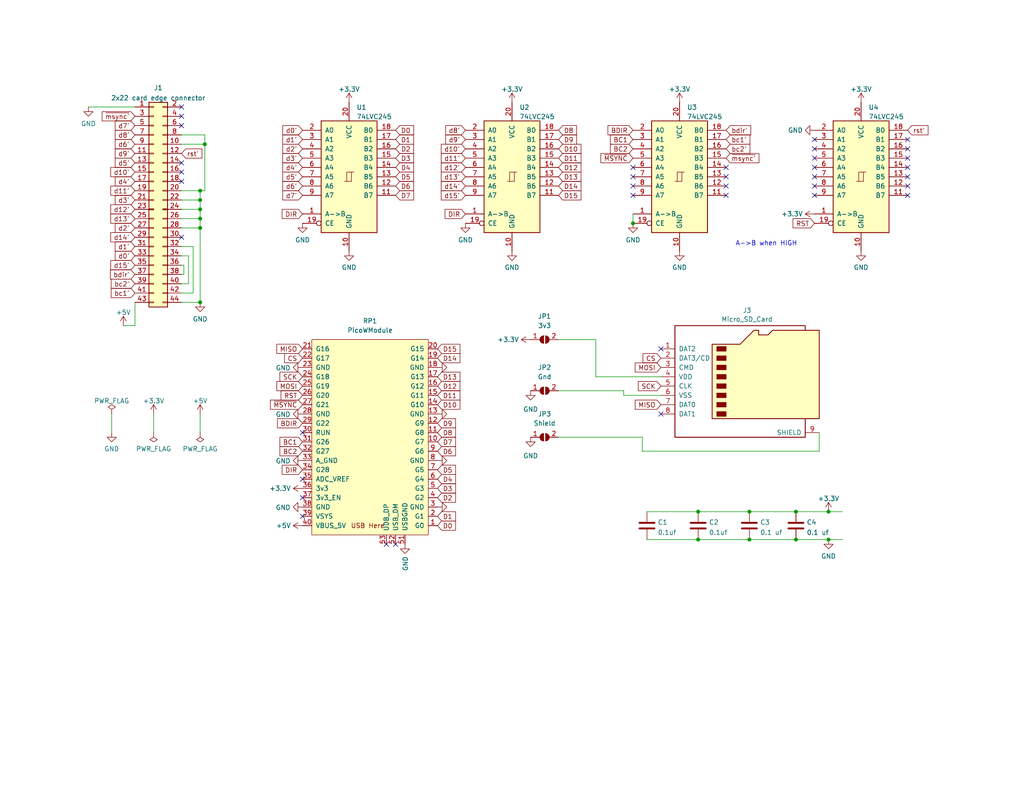
<source format=kicad_sch>
(kicad_sch (version 20230121) (generator eeschema)

  (uuid e63e39d7-6ac0-4ffd-8aa3-1841a4541b55)

  (paper "A")

  (title_block
    (title "RTO-Multicart")
    (date "2023-01-25")
    (rev "1.1a")
    (company "Andrea Ottaviani")
  )

  (lib_symbols
    (symbol "74xx:74LS245" (pin_names (offset 1.016)) (in_bom yes) (on_board yes)
      (property "Reference" "U" (at -7.62 16.51 0)
        (effects (font (size 1.27 1.27)))
      )
      (property "Value" "74LS245" (at -7.62 -16.51 0)
        (effects (font (size 1.27 1.27)))
      )
      (property "Footprint" "" (at 0 0 0)
        (effects (font (size 1.27 1.27)) hide)
      )
      (property "Datasheet" "http://www.ti.com/lit/gpn/sn74LS245" (at 0 0 0)
        (effects (font (size 1.27 1.27)) hide)
      )
      (property "ki_locked" "" (at 0 0 0)
        (effects (font (size 1.27 1.27)))
      )
      (property "ki_keywords" "TTL BUS 3State" (at 0 0 0)
        (effects (font (size 1.27 1.27)) hide)
      )
      (property "ki_description" "Octal BUS Transceivers, 3-State outputs" (at 0 0 0)
        (effects (font (size 1.27 1.27)) hide)
      )
      (property "ki_fp_filters" "DIP?20*" (at 0 0 0)
        (effects (font (size 1.27 1.27)) hide)
      )
      (symbol "74LS245_1_0"
        (polyline
          (pts
            (xy -0.635 -1.27)
            (xy -0.635 1.27)
            (xy 0.635 1.27)
          )
          (stroke (width 0) (type default))
          (fill (type none))
        )
        (polyline
          (pts
            (xy -1.27 -1.27)
            (xy 0.635 -1.27)
            (xy 0.635 1.27)
            (xy 1.27 1.27)
          )
          (stroke (width 0) (type default))
          (fill (type none))
        )
        (pin input line (at -12.7 -10.16 0) (length 5.08)
          (name "A->B" (effects (font (size 1.27 1.27))))
          (number "1" (effects (font (size 1.27 1.27))))
        )
        (pin power_in line (at 0 -20.32 90) (length 5.08)
          (name "GND" (effects (font (size 1.27 1.27))))
          (number "10" (effects (font (size 1.27 1.27))))
        )
        (pin tri_state line (at 12.7 -5.08 180) (length 5.08)
          (name "B7" (effects (font (size 1.27 1.27))))
          (number "11" (effects (font (size 1.27 1.27))))
        )
        (pin tri_state line (at 12.7 -2.54 180) (length 5.08)
          (name "B6" (effects (font (size 1.27 1.27))))
          (number "12" (effects (font (size 1.27 1.27))))
        )
        (pin tri_state line (at 12.7 0 180) (length 5.08)
          (name "B5" (effects (font (size 1.27 1.27))))
          (number "13" (effects (font (size 1.27 1.27))))
        )
        (pin tri_state line (at 12.7 2.54 180) (length 5.08)
          (name "B4" (effects (font (size 1.27 1.27))))
          (number "14" (effects (font (size 1.27 1.27))))
        )
        (pin tri_state line (at 12.7 5.08 180) (length 5.08)
          (name "B3" (effects (font (size 1.27 1.27))))
          (number "15" (effects (font (size 1.27 1.27))))
        )
        (pin tri_state line (at 12.7 7.62 180) (length 5.08)
          (name "B2" (effects (font (size 1.27 1.27))))
          (number "16" (effects (font (size 1.27 1.27))))
        )
        (pin tri_state line (at 12.7 10.16 180) (length 5.08)
          (name "B1" (effects (font (size 1.27 1.27))))
          (number "17" (effects (font (size 1.27 1.27))))
        )
        (pin tri_state line (at 12.7 12.7 180) (length 5.08)
          (name "B0" (effects (font (size 1.27 1.27))))
          (number "18" (effects (font (size 1.27 1.27))))
        )
        (pin input inverted (at -12.7 -12.7 0) (length 5.08)
          (name "CE" (effects (font (size 1.27 1.27))))
          (number "19" (effects (font (size 1.27 1.27))))
        )
        (pin tri_state line (at -12.7 12.7 0) (length 5.08)
          (name "A0" (effects (font (size 1.27 1.27))))
          (number "2" (effects (font (size 1.27 1.27))))
        )
        (pin power_in line (at 0 20.32 270) (length 5.08)
          (name "VCC" (effects (font (size 1.27 1.27))))
          (number "20" (effects (font (size 1.27 1.27))))
        )
        (pin tri_state line (at -12.7 10.16 0) (length 5.08)
          (name "A1" (effects (font (size 1.27 1.27))))
          (number "3" (effects (font (size 1.27 1.27))))
        )
        (pin tri_state line (at -12.7 7.62 0) (length 5.08)
          (name "A2" (effects (font (size 1.27 1.27))))
          (number "4" (effects (font (size 1.27 1.27))))
        )
        (pin tri_state line (at -12.7 5.08 0) (length 5.08)
          (name "A3" (effects (font (size 1.27 1.27))))
          (number "5" (effects (font (size 1.27 1.27))))
        )
        (pin tri_state line (at -12.7 2.54 0) (length 5.08)
          (name "A4" (effects (font (size 1.27 1.27))))
          (number "6" (effects (font (size 1.27 1.27))))
        )
        (pin tri_state line (at -12.7 0 0) (length 5.08)
          (name "A5" (effects (font (size 1.27 1.27))))
          (number "7" (effects (font (size 1.27 1.27))))
        )
        (pin tri_state line (at -12.7 -2.54 0) (length 5.08)
          (name "A6" (effects (font (size 1.27 1.27))))
          (number "8" (effects (font (size 1.27 1.27))))
        )
        (pin tri_state line (at -12.7 -5.08 0) (length 5.08)
          (name "A7" (effects (font (size 1.27 1.27))))
          (number "9" (effects (font (size 1.27 1.27))))
        )
      )
      (symbol "74LS245_1_1"
        (rectangle (start -7.62 15.24) (end 7.62 -15.24)
          (stroke (width 0.254) (type default))
          (fill (type background))
        )
      )
    )
    (symbol "Connector:Micro_SD_Card" (pin_names (offset 1.016)) (in_bom yes) (on_board yes)
      (property "Reference" "J" (at -16.51 15.24 0)
        (effects (font (size 1.27 1.27)))
      )
      (property "Value" "Micro_SD_Card" (at 16.51 15.24 0)
        (effects (font (size 1.27 1.27)) (justify right))
      )
      (property "Footprint" "" (at 29.21 7.62 0)
        (effects (font (size 1.27 1.27)) hide)
      )
      (property "Datasheet" "http://katalog.we-online.de/em/datasheet/693072010801.pdf" (at 0 0 0)
        (effects (font (size 1.27 1.27)) hide)
      )
      (property "ki_keywords" "connector SD microsd" (at 0 0 0)
        (effects (font (size 1.27 1.27)) hide)
      )
      (property "ki_description" "Micro SD Card Socket" (at 0 0 0)
        (effects (font (size 1.27 1.27)) hide)
      )
      (property "ki_fp_filters" "microSD*" (at 0 0 0)
        (effects (font (size 1.27 1.27)) hide)
      )
      (symbol "Micro_SD_Card_0_1"
        (rectangle (start -7.62 -9.525) (end -5.08 -10.795)
          (stroke (width 0) (type default))
          (fill (type outline))
        )
        (rectangle (start -7.62 -6.985) (end -5.08 -8.255)
          (stroke (width 0) (type default))
          (fill (type outline))
        )
        (rectangle (start -7.62 -4.445) (end -5.08 -5.715)
          (stroke (width 0) (type default))
          (fill (type outline))
        )
        (rectangle (start -7.62 -1.905) (end -5.08 -3.175)
          (stroke (width 0) (type default))
          (fill (type outline))
        )
        (rectangle (start -7.62 0.635) (end -5.08 -0.635)
          (stroke (width 0) (type default))
          (fill (type outline))
        )
        (rectangle (start -7.62 3.175) (end -5.08 1.905)
          (stroke (width 0) (type default))
          (fill (type outline))
        )
        (rectangle (start -7.62 5.715) (end -5.08 4.445)
          (stroke (width 0) (type default))
          (fill (type outline))
        )
        (rectangle (start -7.62 8.255) (end -5.08 6.985)
          (stroke (width 0) (type default))
          (fill (type outline))
        )
        (polyline
          (pts
            (xy 16.51 12.7)
            (xy 16.51 13.97)
            (xy -19.05 13.97)
            (xy -19.05 -16.51)
            (xy 16.51 -16.51)
            (xy 16.51 -11.43)
          )
          (stroke (width 0.254) (type default))
          (fill (type none))
        )
        (polyline
          (pts
            (xy -8.89 -11.43)
            (xy -8.89 8.89)
            (xy -1.27 8.89)
            (xy 2.54 12.7)
            (xy 3.81 12.7)
            (xy 3.81 11.43)
            (xy 6.35 11.43)
            (xy 7.62 12.7)
            (xy 20.32 12.7)
            (xy 20.32 -11.43)
            (xy -8.89 -11.43)
          )
          (stroke (width 0.254) (type default))
          (fill (type background))
        )
      )
      (symbol "Micro_SD_Card_1_1"
        (pin bidirectional line (at -22.86 7.62 0) (length 3.81)
          (name "DAT2" (effects (font (size 1.27 1.27))))
          (number "1" (effects (font (size 1.27 1.27))))
        )
        (pin bidirectional line (at -22.86 5.08 0) (length 3.81)
          (name "DAT3/CD" (effects (font (size 1.27 1.27))))
          (number "2" (effects (font (size 1.27 1.27))))
        )
        (pin input line (at -22.86 2.54 0) (length 3.81)
          (name "CMD" (effects (font (size 1.27 1.27))))
          (number "3" (effects (font (size 1.27 1.27))))
        )
        (pin power_in line (at -22.86 0 0) (length 3.81)
          (name "VDD" (effects (font (size 1.27 1.27))))
          (number "4" (effects (font (size 1.27 1.27))))
        )
        (pin input line (at -22.86 -2.54 0) (length 3.81)
          (name "CLK" (effects (font (size 1.27 1.27))))
          (number "5" (effects (font (size 1.27 1.27))))
        )
        (pin power_in line (at -22.86 -5.08 0) (length 3.81)
          (name "VSS" (effects (font (size 1.27 1.27))))
          (number "6" (effects (font (size 1.27 1.27))))
        )
        (pin bidirectional line (at -22.86 -7.62 0) (length 3.81)
          (name "DAT0" (effects (font (size 1.27 1.27))))
          (number "7" (effects (font (size 1.27 1.27))))
        )
        (pin bidirectional line (at -22.86 -10.16 0) (length 3.81)
          (name "DAT1" (effects (font (size 1.27 1.27))))
          (number "8" (effects (font (size 1.27 1.27))))
        )
        (pin passive line (at 20.32 -15.24 180) (length 3.81)
          (name "SHIELD" (effects (font (size 1.27 1.27))))
          (number "9" (effects (font (size 1.27 1.27))))
        )
      )
    )
    (symbol "Device:C" (pin_numbers hide) (pin_names (offset 0.254)) (in_bom yes) (on_board yes)
      (property "Reference" "C" (at 0.635 2.54 0)
        (effects (font (size 1.27 1.27)) (justify left))
      )
      (property "Value" "C" (at 0.635 -2.54 0)
        (effects (font (size 1.27 1.27)) (justify left))
      )
      (property "Footprint" "" (at 0.9652 -3.81 0)
        (effects (font (size 1.27 1.27)) hide)
      )
      (property "Datasheet" "~" (at 0 0 0)
        (effects (font (size 1.27 1.27)) hide)
      )
      (property "ki_keywords" "cap capacitor" (at 0 0 0)
        (effects (font (size 1.27 1.27)) hide)
      )
      (property "ki_description" "Unpolarized capacitor" (at 0 0 0)
        (effects (font (size 1.27 1.27)) hide)
      )
      (property "ki_fp_filters" "C_*" (at 0 0 0)
        (effects (font (size 1.27 1.27)) hide)
      )
      (symbol "C_0_1"
        (polyline
          (pts
            (xy -2.032 -0.762)
            (xy 2.032 -0.762)
          )
          (stroke (width 0.508) (type default))
          (fill (type none))
        )
        (polyline
          (pts
            (xy -2.032 0.762)
            (xy 2.032 0.762)
          )
          (stroke (width 0.508) (type default))
          (fill (type none))
        )
      )
      (symbol "C_1_1"
        (pin passive line (at 0 3.81 270) (length 2.794)
          (name "~" (effects (font (size 1.27 1.27))))
          (number "1" (effects (font (size 1.27 1.27))))
        )
        (pin passive line (at 0 -3.81 90) (length 2.794)
          (name "~" (effects (font (size 1.27 1.27))))
          (number "2" (effects (font (size 1.27 1.27))))
        )
      )
    )
    (symbol "Evan's misc parts:2x22 card edge connector" (pin_names (offset 1.016) hide) (in_bom yes) (on_board yes)
      (property "Reference" "J" (at 1.27 15.24 0)
        (effects (font (size 1.27 1.27)))
      )
      (property "Value" "2x22 card edge connector" (at 1.27 -43.18 0)
        (effects (font (size 1.27 1.27)))
      )
      (property "Footprint" "" (at 0 0 0)
        (effects (font (size 1.27 1.27)) hide)
      )
      (property "Datasheet" "~" (at 0 0 0)
        (effects (font (size 1.27 1.27)) hide)
      )
      (property "ki_keywords" "connector" (at 0 0 0)
        (effects (font (size 1.27 1.27)) hide)
      )
      (property "ki_description" "Generic connector, double row, 02x22, Even odd pin numbering" (at 0 0 0)
        (effects (font (size 1.27 1.27)) hide)
      )
      (property "ki_fp_filters" "Connector*:*_2x??_*" (at 0 0 0)
        (effects (font (size 1.27 1.27)) hide)
      )
      (symbol "2x22 card edge connector_1_1"
        (rectangle (start -1.27 -40.513) (end 0 -40.767)
          (stroke (width 0.1524) (type default))
          (fill (type none))
        )
        (rectangle (start -1.27 -37.973) (end 0 -38.227)
          (stroke (width 0.1524) (type default))
          (fill (type none))
        )
        (rectangle (start -1.27 -35.433) (end 0 -35.687)
          (stroke (width 0.1524) (type default))
          (fill (type none))
        )
        (rectangle (start -1.27 -32.893) (end 0 -33.147)
          (stroke (width 0.1524) (type default))
          (fill (type none))
        )
        (rectangle (start -1.27 -30.353) (end 0 -30.607)
          (stroke (width 0.1524) (type default))
          (fill (type none))
        )
        (rectangle (start -1.27 -27.813) (end 0 -28.067)
          (stroke (width 0.1524) (type default))
          (fill (type none))
        )
        (rectangle (start -1.27 -25.273) (end 0 -25.527)
          (stroke (width 0.1524) (type default))
          (fill (type none))
        )
        (rectangle (start -1.27 -22.733) (end 0 -22.987)
          (stroke (width 0.1524) (type default))
          (fill (type none))
        )
        (rectangle (start -1.27 -20.193) (end 0 -20.447)
          (stroke (width 0.1524) (type default))
          (fill (type none))
        )
        (rectangle (start -1.27 -17.653) (end 0 -17.907)
          (stroke (width 0.1524) (type default))
          (fill (type none))
        )
        (rectangle (start -1.27 -15.113) (end 0 -15.367)
          (stroke (width 0.1524) (type default))
          (fill (type none))
        )
        (rectangle (start -1.27 -15.113) (end 0 -15.367)
          (stroke (width 0.1524) (type default))
          (fill (type none))
        )
        (rectangle (start -1.27 -12.573) (end 0 -12.827)
          (stroke (width 0.1524) (type default))
          (fill (type none))
        )
        (rectangle (start -1.27 -10.033) (end 0 -10.287)
          (stroke (width 0.1524) (type default))
          (fill (type none))
        )
        (rectangle (start -1.27 -7.493) (end 0 -7.747)
          (stroke (width 0.1524) (type default))
          (fill (type none))
        )
        (rectangle (start -1.27 -4.953) (end 0 -5.207)
          (stroke (width 0.1524) (type default))
          (fill (type none))
        )
        (rectangle (start -1.27 -2.413) (end 0 -2.667)
          (stroke (width 0.1524) (type default))
          (fill (type none))
        )
        (rectangle (start -1.27 0.127) (end 0 -0.127)
          (stroke (width 0.1524) (type default))
          (fill (type none))
        )
        (rectangle (start -1.27 2.667) (end 0 2.413)
          (stroke (width 0.1524) (type default))
          (fill (type none))
        )
        (rectangle (start -1.27 5.207) (end 0 4.953)
          (stroke (width 0.1524) (type default))
          (fill (type none))
        )
        (rectangle (start -1.27 7.747) (end 0 7.493)
          (stroke (width 0.1524) (type default))
          (fill (type none))
        )
        (rectangle (start -1.27 10.287) (end 0 10.033)
          (stroke (width 0.1524) (type default))
          (fill (type none))
        )
        (rectangle (start -1.27 12.827) (end 0 12.573)
          (stroke (width 0.1524) (type default))
          (fill (type none))
        )
        (rectangle (start -1.27 13.97) (end 3.81 -41.91)
          (stroke (width 0.254) (type default))
          (fill (type background))
        )
        (rectangle (start 3.81 -40.513) (end 2.54 -40.767)
          (stroke (width 0.1524) (type default))
          (fill (type none))
        )
        (rectangle (start 3.81 -37.973) (end 2.54 -38.227)
          (stroke (width 0.1524) (type default))
          (fill (type none))
        )
        (rectangle (start 3.81 -35.433) (end 2.54 -35.687)
          (stroke (width 0.1524) (type default))
          (fill (type none))
        )
        (rectangle (start 3.81 -32.893) (end 2.54 -33.147)
          (stroke (width 0.1524) (type default))
          (fill (type none))
        )
        (rectangle (start 3.81 -30.353) (end 2.54 -30.607)
          (stroke (width 0.1524) (type default))
          (fill (type none))
        )
        (rectangle (start 3.81 -27.813) (end 2.54 -28.067)
          (stroke (width 0.1524) (type default))
          (fill (type none))
        )
        (rectangle (start 3.81 -25.273) (end 2.54 -25.527)
          (stroke (width 0.1524) (type default))
          (fill (type none))
        )
        (rectangle (start 3.81 -22.733) (end 2.54 -22.987)
          (stroke (width 0.1524) (type default))
          (fill (type none))
        )
        (rectangle (start 3.81 -20.193) (end 2.54 -20.447)
          (stroke (width 0.1524) (type default))
          (fill (type none))
        )
        (rectangle (start 3.81 -17.653) (end 2.54 -17.907)
          (stroke (width 0.1524) (type default))
          (fill (type none))
        )
        (rectangle (start 3.81 -15.113) (end 2.54 -15.367)
          (stroke (width 0.1524) (type default))
          (fill (type none))
        )
        (rectangle (start 3.81 -15.113) (end 2.54 -15.367)
          (stroke (width 0.1524) (type default))
          (fill (type none))
        )
        (rectangle (start 3.81 -12.573) (end 2.54 -12.827)
          (stroke (width 0.1524) (type default))
          (fill (type none))
        )
        (rectangle (start 3.81 -10.033) (end 2.54 -10.287)
          (stroke (width 0.1524) (type default))
          (fill (type none))
        )
        (rectangle (start 3.81 -7.493) (end 2.54 -7.747)
          (stroke (width 0.1524) (type default))
          (fill (type none))
        )
        (rectangle (start 3.81 -4.953) (end 2.54 -5.207)
          (stroke (width 0.1524) (type default))
          (fill (type none))
        )
        (rectangle (start 3.81 -2.413) (end 2.54 -2.667)
          (stroke (width 0.1524) (type default))
          (fill (type none))
        )
        (rectangle (start 3.81 0.127) (end 2.54 -0.127)
          (stroke (width 0.1524) (type default))
          (fill (type none))
        )
        (rectangle (start 3.81 2.667) (end 2.54 2.413)
          (stroke (width 0.1524) (type default))
          (fill (type none))
        )
        (rectangle (start 3.81 5.207) (end 2.54 4.953)
          (stroke (width 0.1524) (type default))
          (fill (type none))
        )
        (rectangle (start 3.81 7.747) (end 2.54 7.493)
          (stroke (width 0.1524) (type default))
          (fill (type none))
        )
        (rectangle (start 3.81 10.287) (end 2.54 10.033)
          (stroke (width 0.1524) (type default))
          (fill (type none))
        )
        (rectangle (start 3.81 12.827) (end 2.54 12.573)
          (stroke (width 0.1524) (type default))
          (fill (type none))
        )
        (pin passive line (at -5.08 12.7 0) (length 3.81)
          (name "Pin_1" (effects (font (size 1.27 1.27))))
          (number "1" (effects (font (size 1.27 1.27))))
        )
        (pin passive line (at 7.62 2.54 180) (length 3.81)
          (name "Pin_10" (effects (font (size 1.27 1.27))))
          (number "10" (effects (font (size 1.27 1.27))))
        )
        (pin passive line (at -5.08 0 0) (length 3.81)
          (name "Pin_11" (effects (font (size 1.27 1.27))))
          (number "11" (effects (font (size 1.27 1.27))))
        )
        (pin passive line (at 7.62 0 180) (length 3.81)
          (name "Pin_12" (effects (font (size 1.27 1.27))))
          (number "12" (effects (font (size 1.27 1.27))))
        )
        (pin passive line (at -5.08 -2.54 0) (length 3.81)
          (name "Pin_13" (effects (font (size 1.27 1.27))))
          (number "13" (effects (font (size 1.27 1.27))))
        )
        (pin passive line (at 7.62 -2.54 180) (length 3.81)
          (name "Pin_14" (effects (font (size 1.27 1.27))))
          (number "14" (effects (font (size 1.27 1.27))))
        )
        (pin passive line (at -5.08 -5.08 0) (length 3.81)
          (name "Pin_15" (effects (font (size 1.27 1.27))))
          (number "15" (effects (font (size 1.27 1.27))))
        )
        (pin passive line (at 7.62 -5.08 180) (length 3.81)
          (name "Pin_16" (effects (font (size 1.27 1.27))))
          (number "16" (effects (font (size 1.27 1.27))))
        )
        (pin passive line (at -5.08 -7.62 0) (length 3.81)
          (name "Pin_17" (effects (font (size 1.27 1.27))))
          (number "17" (effects (font (size 1.27 1.27))))
        )
        (pin passive line (at 7.62 -7.62 180) (length 3.81)
          (name "Pin_18" (effects (font (size 1.27 1.27))))
          (number "18" (effects (font (size 1.27 1.27))))
        )
        (pin passive line (at -5.08 -10.16 0) (length 3.81)
          (name "Pin_19" (effects (font (size 1.27 1.27))))
          (number "19" (effects (font (size 1.27 1.27))))
        )
        (pin passive line (at 7.62 12.7 180) (length 3.81)
          (name "Pin_2" (effects (font (size 1.27 1.27))))
          (number "2" (effects (font (size 1.27 1.27))))
        )
        (pin passive line (at 7.62 -10.16 180) (length 3.81)
          (name "Pin_20" (effects (font (size 1.27 1.27))))
          (number "20" (effects (font (size 1.27 1.27))))
        )
        (pin passive line (at -5.08 -12.7 0) (length 3.81)
          (name "Pin_21" (effects (font (size 1.27 1.27))))
          (number "21" (effects (font (size 1.27 1.27))))
        )
        (pin passive line (at 7.62 -12.7 180) (length 3.81)
          (name "Pin_22" (effects (font (size 1.27 1.27))))
          (number "22" (effects (font (size 1.27 1.27))))
        )
        (pin passive line (at -5.08 -15.24 0) (length 3.81)
          (name "Pin_23" (effects (font (size 1.27 1.27))))
          (number "23" (effects (font (size 1.27 1.27))))
        )
        (pin passive line (at 7.62 -15.24 180) (length 3.81)
          (name "Pin_24" (effects (font (size 1.27 1.27))))
          (number "24" (effects (font (size 1.27 1.27))))
        )
        (pin passive line (at -5.08 -17.78 0) (length 3.81)
          (name "Pin_25" (effects (font (size 1.27 1.27))))
          (number "25" (effects (font (size 1.27 1.27))))
        )
        (pin passive line (at 7.62 -17.78 180) (length 3.81)
          (name "Pin_26" (effects (font (size 1.27 1.27))))
          (number "26" (effects (font (size 1.27 1.27))))
        )
        (pin passive line (at -5.08 -20.32 0) (length 3.81)
          (name "Pin_27" (effects (font (size 1.27 1.27))))
          (number "27" (effects (font (size 1.27 1.27))))
        )
        (pin passive line (at 7.62 -20.32 180) (length 3.81)
          (name "Pin_28" (effects (font (size 1.27 1.27))))
          (number "28" (effects (font (size 1.27 1.27))))
        )
        (pin passive line (at -5.08 -22.86 0) (length 3.81)
          (name "Pin_29" (effects (font (size 1.27 1.27))))
          (number "29" (effects (font (size 1.27 1.27))))
        )
        (pin passive line (at -5.08 10.16 0) (length 3.81)
          (name "Pin_3" (effects (font (size 1.27 1.27))))
          (number "3" (effects (font (size 1.27 1.27))))
        )
        (pin passive line (at 7.62 -22.86 180) (length 3.81)
          (name "Pin_30" (effects (font (size 1.27 1.27))))
          (number "30" (effects (font (size 1.27 1.27))))
        )
        (pin passive line (at -5.08 -25.4 0) (length 3.81)
          (name "Pin_31" (effects (font (size 1.27 1.27))))
          (number "31" (effects (font (size 1.27 1.27))))
        )
        (pin passive line (at 7.62 -25.4 180) (length 3.81)
          (name "Pin_32" (effects (font (size 1.27 1.27))))
          (number "32" (effects (font (size 1.27 1.27))))
        )
        (pin passive line (at -5.08 -27.94 0) (length 3.81)
          (name "Pin_33" (effects (font (size 1.27 1.27))))
          (number "33" (effects (font (size 1.27 1.27))))
        )
        (pin passive line (at 7.62 -27.94 180) (length 3.81)
          (name "Pin_34" (effects (font (size 1.27 1.27))))
          (number "34" (effects (font (size 1.27 1.27))))
        )
        (pin passive line (at -5.08 -30.48 0) (length 3.81)
          (name "Pin_35" (effects (font (size 1.27 1.27))))
          (number "35" (effects (font (size 1.27 1.27))))
        )
        (pin passive line (at 7.62 -30.48 180) (length 3.81)
          (name "Pin_36" (effects (font (size 1.27 1.27))))
          (number "36" (effects (font (size 1.27 1.27))))
        )
        (pin passive line (at -5.08 -33.02 0) (length 3.81)
          (name "Pin_37" (effects (font (size 1.27 1.27))))
          (number "37" (effects (font (size 1.27 1.27))))
        )
        (pin passive line (at 7.62 -33.02 180) (length 3.81)
          (name "Pin_38" (effects (font (size 1.27 1.27))))
          (number "38" (effects (font (size 1.27 1.27))))
        )
        (pin passive line (at -5.08 -35.56 0) (length 3.81)
          (name "Pin_39" (effects (font (size 1.27 1.27))))
          (number "39" (effects (font (size 1.27 1.27))))
        )
        (pin passive line (at 7.62 10.16 180) (length 3.81)
          (name "Pin_4" (effects (font (size 1.27 1.27))))
          (number "4" (effects (font (size 1.27 1.27))))
        )
        (pin passive line (at 7.62 -35.56 180) (length 3.81)
          (name "Pin_40" (effects (font (size 1.27 1.27))))
          (number "40" (effects (font (size 1.27 1.27))))
        )
        (pin passive line (at -5.08 -38.1 0) (length 3.81)
          (name "Pin_41" (effects (font (size 1.27 1.27))))
          (number "41" (effects (font (size 1.27 1.27))))
        )
        (pin passive line (at 7.62 -38.1 180) (length 3.81)
          (name "Pin_42" (effects (font (size 1.27 1.27))))
          (number "42" (effects (font (size 1.27 1.27))))
        )
        (pin passive line (at -5.08 -40.64 0) (length 3.81)
          (name "Pin_43" (effects (font (size 1.27 1.27))))
          (number "43" (effects (font (size 1.27 1.27))))
        )
        (pin passive line (at 7.62 -40.64 180) (length 3.81)
          (name "Pin_44" (effects (font (size 1.27 1.27))))
          (number "44" (effects (font (size 1.27 1.27))))
        )
        (pin passive line (at -5.08 7.62 0) (length 3.81)
          (name "Pin_5" (effects (font (size 1.27 1.27))))
          (number "5" (effects (font (size 1.27 1.27))))
        )
        (pin passive line (at 7.62 7.62 180) (length 3.81)
          (name "Pin_6" (effects (font (size 1.27 1.27))))
          (number "6" (effects (font (size 1.27 1.27))))
        )
        (pin passive line (at -5.08 5.08 0) (length 3.81)
          (name "Pin_7" (effects (font (size 1.27 1.27))))
          (number "7" (effects (font (size 1.27 1.27))))
        )
        (pin passive line (at 7.62 5.08 180) (length 3.81)
          (name "Pin_8" (effects (font (size 1.27 1.27))))
          (number "8" (effects (font (size 1.27 1.27))))
        )
        (pin passive line (at -5.08 2.54 0) (length 3.81)
          (name "Pin_9" (effects (font (size 1.27 1.27))))
          (number "9" (effects (font (size 1.27 1.27))))
        )
      )
    )
    (symbol "Jumper:SolderJumper_2_Open" (pin_names (offset 0) hide) (in_bom yes) (on_board yes)
      (property "Reference" "JP" (at 0 2.032 0)
        (effects (font (size 1.27 1.27)))
      )
      (property "Value" "SolderJumper_2_Open" (at 0 -2.54 0)
        (effects (font (size 1.27 1.27)))
      )
      (property "Footprint" "" (at 0 0 0)
        (effects (font (size 1.27 1.27)) hide)
      )
      (property "Datasheet" "~" (at 0 0 0)
        (effects (font (size 1.27 1.27)) hide)
      )
      (property "ki_keywords" "solder jumper SPST" (at 0 0 0)
        (effects (font (size 1.27 1.27)) hide)
      )
      (property "ki_description" "Solder Jumper, 2-pole, open" (at 0 0 0)
        (effects (font (size 1.27 1.27)) hide)
      )
      (property "ki_fp_filters" "SolderJumper*Open*" (at 0 0 0)
        (effects (font (size 1.27 1.27)) hide)
      )
      (symbol "SolderJumper_2_Open_0_1"
        (arc (start -0.254 1.016) (mid -1.2656 0) (end -0.254 -1.016)
          (stroke (width 0) (type default))
          (fill (type none))
        )
        (arc (start -0.254 1.016) (mid -1.2656 0) (end -0.254 -1.016)
          (stroke (width 0) (type default))
          (fill (type outline))
        )
        (polyline
          (pts
            (xy -0.254 1.016)
            (xy -0.254 -1.016)
          )
          (stroke (width 0) (type default))
          (fill (type none))
        )
        (polyline
          (pts
            (xy 0.254 1.016)
            (xy 0.254 -1.016)
          )
          (stroke (width 0) (type default))
          (fill (type none))
        )
        (arc (start 0.254 -1.016) (mid 1.2656 0) (end 0.254 1.016)
          (stroke (width 0) (type default))
          (fill (type none))
        )
        (arc (start 0.254 -1.016) (mid 1.2656 0) (end 0.254 1.016)
          (stroke (width 0) (type default))
          (fill (type outline))
        )
      )
      (symbol "SolderJumper_2_Open_1_1"
        (pin passive line (at -3.81 0 0) (length 2.54)
          (name "A" (effects (font (size 1.27 1.27))))
          (number "1" (effects (font (size 1.27 1.27))))
        )
        (pin passive line (at 3.81 0 180) (length 2.54)
          (name "B" (effects (font (size 1.27 1.27))))
          (number "2" (effects (font (size 1.27 1.27))))
        )
      )
    )
    (symbol "New_Library:PicoWModule" (pin_names (offset 1.016)) (in_bom yes) (on_board yes)
      (property "Reference" "RP1" (at 0 -10.16 0)
        (effects (font (size 1.27 1.27)))
      )
      (property "Value" "PicoWModule" (at 0 -12.7 0)
        (effects (font (size 1.27 1.27)))
      )
      (property "Footprint" "Library:Raspberry_Pi_PicoW_SMT_THT" (at 0 -57.15 0)
        (effects (font (size 1.27 1.27)) hide)
      )
      (property "Datasheet" "" (at -2.54 3.81 0)
        (effects (font (size 1.27 1.27)) hide)
      )
      (symbol "PicoWModule_0_0"
        (text "USB Here" (at 1.27 -3.81 0)
          (effects (font (size 1.27 1.27)))
        )
      )
      (symbol "PicoWModule_0_1"
        (rectangle (start 16.51 -1.27) (end -15.24 -54.61)
          (stroke (width 0) (type default))
          (fill (type background))
        )
      )
      (symbol "PicoWModule_1_1"
        (pin bidirectional line (at -17.78 -3.81 0) (length 2.54)
          (name "G0" (effects (font (size 1.27 1.27))))
          (number "1" (effects (font (size 1.27 1.27))))
        )
        (pin bidirectional line (at -17.78 -26.67 0) (length 2.54)
          (name "G7" (effects (font (size 1.27 1.27))))
          (number "10" (effects (font (size 1.27 1.27))))
        )
        (pin bidirectional line (at -17.78 -29.21 0) (length 2.54)
          (name "G8" (effects (font (size 1.27 1.27))))
          (number "11" (effects (font (size 1.27 1.27))))
        )
        (pin bidirectional line (at -17.78 -31.75 0) (length 2.54)
          (name "G9" (effects (font (size 1.27 1.27))))
          (number "12" (effects (font (size 1.27 1.27))))
        )
        (pin bidirectional line (at -17.78 -34.29 0) (length 2.54)
          (name "GND" (effects (font (size 1.27 1.27))))
          (number "13" (effects (font (size 1.27 1.27))))
        )
        (pin bidirectional line (at -17.78 -36.83 0) (length 2.54)
          (name "G10" (effects (font (size 1.27 1.27))))
          (number "14" (effects (font (size 1.27 1.27))))
        )
        (pin bidirectional line (at -17.78 -39.37 0) (length 2.54)
          (name "G11" (effects (font (size 1.27 1.27))))
          (number "15" (effects (font (size 1.27 1.27))))
        )
        (pin bidirectional line (at -17.78 -41.91 0) (length 2.54)
          (name "G12" (effects (font (size 1.27 1.27))))
          (number "16" (effects (font (size 1.27 1.27))))
        )
        (pin bidirectional line (at -17.78 -44.45 0) (length 2.54)
          (name "G13" (effects (font (size 1.27 1.27))))
          (number "17" (effects (font (size 1.27 1.27))))
        )
        (pin power_in line (at -17.78 -46.99 0) (length 2.54)
          (name "GND" (effects (font (size 1.27 1.27))))
          (number "18" (effects (font (size 1.27 1.27))))
        )
        (pin power_in line (at -17.78 -49.53 0) (length 2.54)
          (name "G14" (effects (font (size 1.27 1.27))))
          (number "19" (effects (font (size 1.27 1.27))))
        )
        (pin bidirectional line (at -17.78 -6.35 0) (length 2.54)
          (name "G1" (effects (font (size 1.27 1.27))))
          (number "2" (effects (font (size 1.27 1.27))))
        )
        (pin power_in line (at -17.78 -52.07 0) (length 2.54)
          (name "G15" (effects (font (size 1.27 1.27))))
          (number "20" (effects (font (size 1.27 1.27))))
        )
        (pin power_in line (at 19.05 -52.07 180) (length 2.54)
          (name "G16" (effects (font (size 1.27 1.27))))
          (number "21" (effects (font (size 1.27 1.27))))
        )
        (pin bidirectional line (at 19.05 -49.53 180) (length 2.54)
          (name "G17" (effects (font (size 1.27 1.27))))
          (number "22" (effects (font (size 1.27 1.27))))
        )
        (pin bidirectional line (at 19.05 -46.99 180) (length 2.54)
          (name "GND" (effects (font (size 1.27 1.27))))
          (number "23" (effects (font (size 1.27 1.27))))
        )
        (pin bidirectional line (at 19.05 -44.45 180) (length 2.54)
          (name "G18" (effects (font (size 1.27 1.27))))
          (number "24" (effects (font (size 1.27 1.27))))
        )
        (pin input line (at 19.05 -41.91 180) (length 2.54)
          (name "G19" (effects (font (size 1.27 1.27))))
          (number "25" (effects (font (size 1.27 1.27))))
        )
        (pin bidirectional line (at 19.05 -39.37 180) (length 2.54)
          (name "G20" (effects (font (size 1.27 1.27))))
          (number "26" (effects (font (size 1.27 1.27))))
        )
        (pin bidirectional line (at 19.05 -36.83 180) (length 2.54)
          (name "G21" (effects (font (size 1.27 1.27))))
          (number "27" (effects (font (size 1.27 1.27))))
        )
        (pin bidirectional line (at 19.05 -34.29 180) (length 2.54)
          (name "GND" (effects (font (size 1.27 1.27))))
          (number "28" (effects (font (size 1.27 1.27))))
        )
        (pin bidirectional line (at 19.05 -31.75 180) (length 2.54)
          (name "G22" (effects (font (size 1.27 1.27))))
          (number "29" (effects (font (size 1.27 1.27))))
        )
        (pin bidirectional line (at -17.78 -8.89 0) (length 2.54)
          (name "GND" (effects (font (size 1.27 1.27))))
          (number "3" (effects (font (size 1.27 1.27))))
        )
        (pin bidirectional line (at 19.05 -29.21 180) (length 2.54)
          (name "RUN" (effects (font (size 1.27 1.27))))
          (number "30" (effects (font (size 1.27 1.27))))
        )
        (pin bidirectional line (at 19.05 -26.67 180) (length 2.54)
          (name "G26" (effects (font (size 1.27 1.27))))
          (number "31" (effects (font (size 1.27 1.27))))
        )
        (pin bidirectional line (at 19.05 -24.13 180) (length 2.54)
          (name "G27" (effects (font (size 1.27 1.27))))
          (number "32" (effects (font (size 1.27 1.27))))
        )
        (pin bidirectional line (at 19.05 -21.59 180) (length 2.54)
          (name "A_GND" (effects (font (size 1.27 1.27))))
          (number "33" (effects (font (size 1.27 1.27))))
        )
        (pin bidirectional line (at 19.05 -19.05 180) (length 2.54)
          (name "G28" (effects (font (size 1.27 1.27))))
          (number "34" (effects (font (size 1.27 1.27))))
        )
        (pin bidirectional line (at 19.05 -16.51 180) (length 2.54)
          (name "ADC_VREF" (effects (font (size 1.27 1.27))))
          (number "35" (effects (font (size 1.27 1.27))))
        )
        (pin bidirectional line (at 19.05 -13.97 180) (length 2.54)
          (name "3v3" (effects (font (size 1.27 1.27))))
          (number "36" (effects (font (size 1.27 1.27))))
        )
        (pin bidirectional line (at 19.05 -11.43 180) (length 2.54)
          (name "3v3_EN" (effects (font (size 1.27 1.27))))
          (number "37" (effects (font (size 1.27 1.27))))
        )
        (pin power_in line (at 19.05 -8.89 180) (length 2.54)
          (name "GND" (effects (font (size 1.27 1.27))))
          (number "38" (effects (font (size 1.27 1.27))))
        )
        (pin power_in line (at 19.05 -6.35 180) (length 2.54)
          (name "VSYS" (effects (font (size 1.27 1.27))))
          (number "39" (effects (font (size 1.27 1.27))))
        )
        (pin bidirectional line (at -17.78 -11.43 0) (length 2.54)
          (name "G2" (effects (font (size 1.27 1.27))))
          (number "4" (effects (font (size 1.27 1.27))))
        )
        (pin power_in line (at 19.05 -3.81 180) (length 2.54)
          (name "VBUS_5V" (effects (font (size 1.27 1.27))))
          (number "40" (effects (font (size 1.27 1.27))))
        )
        (pin bidirectional line (at -17.78 -13.97 0) (length 2.54)
          (name "G3" (effects (font (size 1.27 1.27))))
          (number "5" (effects (font (size 1.27 1.27))))
        )
        (pin input line (at -8.89 1.27 270) (length 2.54)
          (name "USBGND" (effects (font (size 1.27 1.27))))
          (number "51" (effects (font (size 1.27 1.27))))
        )
        (pin input line (at -6.35 1.27 270) (length 2.54)
          (name "USB_DM" (effects (font (size 1.27 1.27))))
          (number "52" (effects (font (size 1.27 1.27))))
        )
        (pin input line (at -3.81 1.27 270) (length 2.54)
          (name "UDB_DP" (effects (font (size 1.27 1.27))))
          (number "53" (effects (font (size 1.27 1.27))))
        )
        (pin bidirectional line (at -17.78 -16.51 0) (length 2.54)
          (name "G4" (effects (font (size 1.27 1.27))))
          (number "6" (effects (font (size 1.27 1.27))))
        )
        (pin bidirectional line (at -17.78 -19.05 0) (length 2.54)
          (name "G5" (effects (font (size 1.27 1.27))))
          (number "7" (effects (font (size 1.27 1.27))))
        )
        (pin bidirectional line (at -17.78 -21.59 0) (length 2.54)
          (name "GND" (effects (font (size 1.27 1.27))))
          (number "8" (effects (font (size 1.27 1.27))))
        )
        (pin bidirectional line (at -17.78 -24.13 0) (length 2.54)
          (name "G6" (effects (font (size 1.27 1.27))))
          (number "9" (effects (font (size 1.27 1.27))))
        )
      )
    )
    (symbol "power:+3.3V" (power) (pin_names (offset 0)) (in_bom yes) (on_board yes)
      (property "Reference" "#PWR" (at 0 -3.81 0)
        (effects (font (size 1.27 1.27)) hide)
      )
      (property "Value" "+3.3V" (at 0 3.556 0)
        (effects (font (size 1.27 1.27)))
      )
      (property "Footprint" "" (at 0 0 0)
        (effects (font (size 1.27 1.27)) hide)
      )
      (property "Datasheet" "" (at 0 0 0)
        (effects (font (size 1.27 1.27)) hide)
      )
      (property "ki_keywords" "global power" (at 0 0 0)
        (effects (font (size 1.27 1.27)) hide)
      )
      (property "ki_description" "Power symbol creates a global label with name \"+3.3V\"" (at 0 0 0)
        (effects (font (size 1.27 1.27)) hide)
      )
      (symbol "+3.3V_0_1"
        (polyline
          (pts
            (xy -0.762 1.27)
            (xy 0 2.54)
          )
          (stroke (width 0) (type default))
          (fill (type none))
        )
        (polyline
          (pts
            (xy 0 0)
            (xy 0 2.54)
          )
          (stroke (width 0) (type default))
          (fill (type none))
        )
        (polyline
          (pts
            (xy 0 2.54)
            (xy 0.762 1.27)
          )
          (stroke (width 0) (type default))
          (fill (type none))
        )
      )
      (symbol "+3.3V_1_1"
        (pin power_in line (at 0 0 90) (length 0) hide
          (name "+3.3V" (effects (font (size 1.27 1.27))))
          (number "1" (effects (font (size 1.27 1.27))))
        )
      )
    )
    (symbol "power:+5V" (power) (pin_names (offset 0)) (in_bom yes) (on_board yes)
      (property "Reference" "#PWR" (at 0 -3.81 0)
        (effects (font (size 1.27 1.27)) hide)
      )
      (property "Value" "+5V" (at 0 3.556 0)
        (effects (font (size 1.27 1.27)))
      )
      (property "Footprint" "" (at 0 0 0)
        (effects (font (size 1.27 1.27)) hide)
      )
      (property "Datasheet" "" (at 0 0 0)
        (effects (font (size 1.27 1.27)) hide)
      )
      (property "ki_keywords" "global power" (at 0 0 0)
        (effects (font (size 1.27 1.27)) hide)
      )
      (property "ki_description" "Power symbol creates a global label with name \"+5V\"" (at 0 0 0)
        (effects (font (size 1.27 1.27)) hide)
      )
      (symbol "+5V_0_1"
        (polyline
          (pts
            (xy -0.762 1.27)
            (xy 0 2.54)
          )
          (stroke (width 0) (type default))
          (fill (type none))
        )
        (polyline
          (pts
            (xy 0 0)
            (xy 0 2.54)
          )
          (stroke (width 0) (type default))
          (fill (type none))
        )
        (polyline
          (pts
            (xy 0 2.54)
            (xy 0.762 1.27)
          )
          (stroke (width 0) (type default))
          (fill (type none))
        )
      )
      (symbol "+5V_1_1"
        (pin power_in line (at 0 0 90) (length 0) hide
          (name "+5V" (effects (font (size 1.27 1.27))))
          (number "1" (effects (font (size 1.27 1.27))))
        )
      )
    )
    (symbol "power:GND" (power) (pin_names (offset 0)) (in_bom yes) (on_board yes)
      (property "Reference" "#PWR" (at 0 -6.35 0)
        (effects (font (size 1.27 1.27)) hide)
      )
      (property "Value" "GND" (at 0 -3.81 0)
        (effects (font (size 1.27 1.27)))
      )
      (property "Footprint" "" (at 0 0 0)
        (effects (font (size 1.27 1.27)) hide)
      )
      (property "Datasheet" "" (at 0 0 0)
        (effects (font (size 1.27 1.27)) hide)
      )
      (property "ki_keywords" "global power" (at 0 0 0)
        (effects (font (size 1.27 1.27)) hide)
      )
      (property "ki_description" "Power symbol creates a global label with name \"GND\" , ground" (at 0 0 0)
        (effects (font (size 1.27 1.27)) hide)
      )
      (symbol "GND_0_1"
        (polyline
          (pts
            (xy 0 0)
            (xy 0 -1.27)
            (xy 1.27 -1.27)
            (xy 0 -2.54)
            (xy -1.27 -1.27)
            (xy 0 -1.27)
          )
          (stroke (width 0) (type default))
          (fill (type none))
        )
      )
      (symbol "GND_1_1"
        (pin power_in line (at 0 0 270) (length 0) hide
          (name "GND" (effects (font (size 1.27 1.27))))
          (number "1" (effects (font (size 1.27 1.27))))
        )
      )
    )
    (symbol "power:PWR_FLAG" (power) (pin_numbers hide) (pin_names (offset 0) hide) (in_bom yes) (on_board yes)
      (property "Reference" "#FLG" (at 0 1.905 0)
        (effects (font (size 1.27 1.27)) hide)
      )
      (property "Value" "PWR_FLAG" (at 0 3.81 0)
        (effects (font (size 1.27 1.27)))
      )
      (property "Footprint" "" (at 0 0 0)
        (effects (font (size 1.27 1.27)) hide)
      )
      (property "Datasheet" "~" (at 0 0 0)
        (effects (font (size 1.27 1.27)) hide)
      )
      (property "ki_keywords" "flag power" (at 0 0 0)
        (effects (font (size 1.27 1.27)) hide)
      )
      (property "ki_description" "Special symbol for telling ERC where power comes from" (at 0 0 0)
        (effects (font (size 1.27 1.27)) hide)
      )
      (symbol "PWR_FLAG_0_0"
        (pin power_out line (at 0 0 90) (length 0)
          (name "pwr" (effects (font (size 1.27 1.27))))
          (number "1" (effects (font (size 1.27 1.27))))
        )
      )
      (symbol "PWR_FLAG_0_1"
        (polyline
          (pts
            (xy 0 0)
            (xy 0 1.27)
            (xy -1.016 1.905)
            (xy 0 2.54)
            (xy 1.016 1.905)
            (xy 0 1.27)
          )
          (stroke (width 0) (type default))
          (fill (type none))
        )
      )
    )
  )

  (junction (at 54.61 62.23) (diameter 0) (color 0 0 0 0)
    (uuid 0c1ea81f-f6c9-429d-864e-1dc5455f4bb4)
  )
  (junction (at 226.06 147.32) (diameter 0) (color 0 0 0 0)
    (uuid 1f0587f3-b3c1-4bf0-bc1e-665e5bf0c5a6)
  )
  (junction (at 190.5 147.32) (diameter 0) (color 0 0 0 0)
    (uuid 2acffaa6-6482-456d-9555-871b5d52f66b)
  )
  (junction (at 226.06 139.7) (diameter 0) (color 0 0 0 0)
    (uuid 38c91281-ecc8-42b4-a52f-01845231db1f)
  )
  (junction (at 54.61 82.55) (diameter 0) (color 0 0 0 0)
    (uuid 6036bd11-33cf-4c14-a557-da368bf48171)
  )
  (junction (at 190.5 139.7) (diameter 0) (color 0 0 0 0)
    (uuid 6c23b822-7aa6-417d-8e54-e30dcc0dc86e)
  )
  (junction (at 55.88 39.37) (diameter 0) (color 0 0 0 0)
    (uuid 8f5e65b8-6f3c-4d17-b618-47253f2806d7)
  )
  (junction (at 54.61 57.15) (diameter 0) (color 0 0 0 0)
    (uuid 95c47922-b1bc-41c6-9cdf-3907069b29da)
  )
  (junction (at 172.72 60.96) (diameter 0) (color 0 0 0 0)
    (uuid 9b2baf66-7fcd-443c-ab32-be625ca132e8)
  )
  (junction (at 217.17 147.32) (diameter 0) (color 0 0 0 0)
    (uuid b1492d86-e7af-4a70-9851-c36f9875646c)
  )
  (junction (at 204.47 139.7) (diameter 0) (color 0 0 0 0)
    (uuid baa0d31e-430b-4838-a795-2162806fa67d)
  )
  (junction (at 204.47 147.32) (diameter 0) (color 0 0 0 0)
    (uuid c68c045c-31f9-424e-8783-408501f2de4f)
  )
  (junction (at 54.61 59.69) (diameter 0) (color 0 0 0 0)
    (uuid c8ba503b-15f0-4bc1-9df3-780531620755)
  )
  (junction (at 54.61 52.07) (diameter 0) (color 0 0 0 0)
    (uuid ea4461d6-0fb2-4155-a617-23c45c17520b)
  )
  (junction (at 54.61 54.61) (diameter 0) (color 0 0 0 0)
    (uuid ea966c4d-bdb6-4cd4-adf3-b1b07a090ef3)
  )
  (junction (at 217.17 139.7) (diameter 0) (color 0 0 0 0)
    (uuid ead1f0b7-de25-4809-8b60-ac8900194248)
  )

  (no_connect (at 105.41 148.59) (uuid 028ce05c-2514-4cc1-be05-0168edd20a76))
  (no_connect (at 49.53 46.99) (uuid 0562866f-504f-486c-bceb-7d627d3a18c6))
  (no_connect (at 49.53 49.53) (uuid 0562866f-504f-486c-bceb-7d627d3a18c7))
  (no_connect (at 49.53 44.45) (uuid 0562866f-504f-486c-bceb-7d627d3a18c8))
  (no_connect (at 49.53 29.21) (uuid 0a4c5b83-a586-4336-887c-929ccebac92f))
  (no_connect (at 49.53 31.75) (uuid 0a4c5b83-a586-4336-887c-929ccebac931))
  (no_connect (at 49.53 34.29) (uuid 0a4c5b83-a586-4336-887c-929ccebac932))
  (no_connect (at 222.25 48.26) (uuid 0f466412-2f23-4acc-bf46-d3b053a38764))
  (no_connect (at 247.65 50.8) (uuid 3d19d943-8a1b-4bd5-bab4-e48d19fcb6ff))
  (no_connect (at 82.55 118.11) (uuid 4aad356b-7563-4640-aa49-4fe4fb6c2f98))
  (no_connect (at 180.34 113.03) (uuid 4ea03d07-6305-424b-ab7e-16aac2a9f550))
  (no_connect (at 82.55 130.81) (uuid 7740709e-188b-4783-938b-3e328be20578))
  (no_connect (at 82.55 140.97) (uuid 7a4b73da-a361-448d-b8f1-3207cc93c1ca))
  (no_connect (at 49.53 64.77) (uuid 826b47ff-ef88-4ad7-89a5-ac2c56a2a4b9))
  (no_connect (at 247.65 53.34) (uuid 8b25a031-35a5-48b4-88e8-3125ea0fc63a))
  (no_connect (at 222.25 45.72) (uuid 9449c443-e9cd-427b-866b-84b19b4c5740))
  (no_connect (at 247.65 45.72) (uuid 9bc25ead-e87a-42ad-9236-d50bc9c25166))
  (no_connect (at 247.65 48.26) (uuid b4caef73-450a-40d6-90eb-0a1894bec8d0))
  (no_connect (at 247.65 38.1) (uuid befcd51e-23b0-4fa4-87f5-1b1bf6c3fed6))
  (no_connect (at 247.65 40.64) (uuid befcd51e-23b0-4fa4-87f5-1b1bf6c3fed7))
  (no_connect (at 247.65 43.18) (uuid befcd51e-23b0-4fa4-87f5-1b1bf6c3fed8))
  (no_connect (at 222.25 38.1) (uuid befcd51e-23b0-4fa4-87f5-1b1bf6c3fed9))
  (no_connect (at 222.25 40.64) (uuid befcd51e-23b0-4fa4-87f5-1b1bf6c3feda))
  (no_connect (at 222.25 43.18) (uuid befcd51e-23b0-4fa4-87f5-1b1bf6c3fedb))
  (no_connect (at 82.55 135.89) (uuid c2a6e45b-0b6b-41cb-87d1-5c8d8d22f439))
  (no_connect (at 107.95 148.59) (uuid c563201c-acbb-4032-9adb-470ec04a60a2))
  (no_connect (at 172.72 50.8) (uuid cce50254-1e5f-413f-962e-62ec2b7083f6))
  (no_connect (at 172.72 53.34) (uuid cce50254-1e5f-413f-962e-62ec2b7083f7))
  (no_connect (at 172.72 45.72) (uuid cce50254-1e5f-413f-962e-62ec2b7083f8))
  (no_connect (at 172.72 48.26) (uuid cce50254-1e5f-413f-962e-62ec2b7083fa))
  (no_connect (at 198.12 45.72) (uuid cce50254-1e5f-413f-962e-62ec2b7083fb))
  (no_connect (at 198.12 48.26) (uuid cce50254-1e5f-413f-962e-62ec2b7083fc))
  (no_connect (at 198.12 50.8) (uuid cce50254-1e5f-413f-962e-62ec2b7083fe))
  (no_connect (at 198.12 53.34) (uuid cce50254-1e5f-413f-962e-62ec2b7083ff))
  (no_connect (at 222.25 53.34) (uuid db535f20-f578-4cdf-a0ea-ec0c295c4e39))
  (no_connect (at 180.34 95.25) (uuid f598bf5f-79ba-4afa-8e14-b3f3d27c6241))
  (no_connect (at 222.25 50.8) (uuid fa087592-618b-46d2-bf31-2b4c2b9697ee))

  (wire (pts (xy 172.72 58.42) (xy 172.72 60.96))
    (stroke (width 0) (type default))
    (uuid 03794305-bdcd-43b0-86e1-e0c033656cdc)
  )
  (wire (pts (xy 49.53 80.01) (xy 52.705 80.01))
    (stroke (width 0) (type default))
    (uuid 088998f4-dad7-44cc-930e-45cd33a3dd4e)
  )
  (wire (pts (xy 152.4 119.38) (xy 175.26 119.38))
    (stroke (width 0) (type default))
    (uuid 15051c80-6eee-4bda-b1e0-7a0dac3e18c4)
  )
  (wire (pts (xy 52.705 67.31) (xy 49.53 67.31))
    (stroke (width 0) (type default))
    (uuid 1a1da0cd-27ee-4c88-8a4a-cf9b035c2918)
  )
  (wire (pts (xy 204.47 147.32) (xy 217.17 147.32))
    (stroke (width 0) (type default))
    (uuid 26d7118b-22c8-423e-88dd-79fab13e00c7)
  )
  (wire (pts (xy 175.26 123.19) (xy 223.52 123.19))
    (stroke (width 0) (type default))
    (uuid 333d82dd-44ab-404a-87a6-ae6dee13bb1c)
  )
  (wire (pts (xy 162.56 92.71) (xy 162.56 102.87))
    (stroke (width 0) (type default))
    (uuid 34ed32a5-2805-40d9-80fb-3ed207cad48b)
  )
  (wire (pts (xy 49.53 72.39) (xy 50.165 72.39))
    (stroke (width 0) (type default))
    (uuid 3f989b70-1b69-49b2-a4ac-6911a4cd476b)
  )
  (wire (pts (xy 162.56 102.87) (xy 180.34 102.87))
    (stroke (width 0) (type default))
    (uuid 4158ecfb-0e5c-446b-9e9b-941faa761d5d)
  )
  (wire (pts (xy 51.435 77.47) (xy 49.53 77.47))
    (stroke (width 0) (type default))
    (uuid 4520dbc9-36e4-4f0b-8749-08901ad3211a)
  )
  (wire (pts (xy 54.61 62.23) (xy 49.53 62.23))
    (stroke (width 0) (type default))
    (uuid 4e37ded0-60da-4b88-949b-00c5c14e9916)
  )
  (wire (pts (xy 49.53 69.85) (xy 51.435 69.85))
    (stroke (width 0) (type default))
    (uuid 516479f9-ec5e-4c43-a920-05f2703b98e4)
  )
  (wire (pts (xy 51.435 69.85) (xy 51.435 77.47))
    (stroke (width 0) (type default))
    (uuid 551c78c2-693c-49f1-b5f1-ec69e48108cc)
  )
  (wire (pts (xy 36.83 88.9) (xy 36.83 82.55))
    (stroke (width 0) (type default))
    (uuid 56f6da27-3a0d-4f9b-ae14-b991abbf3fcc)
  )
  (wire (pts (xy 30.48 113.03) (xy 30.48 118.11))
    (stroke (width 0) (type default))
    (uuid 5a3b8781-bc31-4bbc-a60f-1be2ce57279e)
  )
  (wire (pts (xy 54.61 59.69) (xy 54.61 57.15))
    (stroke (width 0) (type default))
    (uuid 5d407e87-6b17-4201-8617-8e3dc9976263)
  )
  (wire (pts (xy 54.61 82.55) (xy 54.61 62.23))
    (stroke (width 0) (type default))
    (uuid 5f4c2a04-2a37-4390-80d4-b99d94fef770)
  )
  (wire (pts (xy 54.61 57.15) (xy 49.53 57.15))
    (stroke (width 0) (type default))
    (uuid 631d1986-30f7-4f26-9430-1d7739ff5ac3)
  )
  (wire (pts (xy 204.47 139.7) (xy 217.17 139.7))
    (stroke (width 0) (type default))
    (uuid 67f6af3b-c720-45d0-91c7-1cb0f4cf2298)
  )
  (wire (pts (xy 52.705 80.01) (xy 52.705 67.31))
    (stroke (width 0) (type default))
    (uuid 6a40612b-1825-4875-9c6d-21e09cd6b41b)
  )
  (wire (pts (xy 55.88 36.83) (xy 55.88 39.37))
    (stroke (width 0) (type default))
    (uuid 6ccb0cf9-e77e-45c8-a4f9-c880a6ca24df)
  )
  (wire (pts (xy 50.165 72.39) (xy 50.165 74.93))
    (stroke (width 0) (type default))
    (uuid 75fef34e-eec4-4571-84db-92a4f119515c)
  )
  (wire (pts (xy 54.61 113.03) (xy 54.61 118.11))
    (stroke (width 0) (type default))
    (uuid 77a98866-30ac-4197-a3f8-02b877a52249)
  )
  (wire (pts (xy 54.61 57.15) (xy 54.61 54.61))
    (stroke (width 0) (type default))
    (uuid 7ad418ee-0f24-4a73-9153-6761c77d4568)
  )
  (wire (pts (xy 217.17 147.32) (xy 226.06 147.32))
    (stroke (width 0) (type default))
    (uuid 95481665-b565-4471-b846-6ecf62d2447a)
  )
  (wire (pts (xy 54.61 62.23) (xy 54.61 59.69))
    (stroke (width 0) (type default))
    (uuid 9a0b795e-3368-456c-a072-c9571e6d3723)
  )
  (wire (pts (xy 55.88 39.37) (xy 55.88 52.07))
    (stroke (width 0) (type default))
    (uuid 9b20c0ed-c647-4f4b-862b-7c6bfaae65cc)
  )
  (wire (pts (xy 175.26 119.38) (xy 175.26 123.19))
    (stroke (width 0) (type default))
    (uuid 9fb61259-3aee-4cee-8fc0-984448133188)
  )
  (wire (pts (xy 190.5 147.32) (xy 204.47 147.32))
    (stroke (width 0) (type default))
    (uuid a0368365-06ba-4b8d-a001-5500311223d0)
  )
  (wire (pts (xy 176.53 147.32) (xy 190.5 147.32))
    (stroke (width 0) (type default))
    (uuid a47d5d6f-cd46-406b-a1af-13f417999218)
  )
  (wire (pts (xy 49.53 39.37) (xy 55.88 39.37))
    (stroke (width 0) (type default))
    (uuid acd9070f-72f9-4016-835e-e5e4fddcb581)
  )
  (wire (pts (xy 217.17 139.7) (xy 226.06 139.7))
    (stroke (width 0) (type default))
    (uuid b30189a4-5c74-415b-851f-205d41bd5bf8)
  )
  (wire (pts (xy 190.5 139.7) (xy 204.47 139.7))
    (stroke (width 0) (type default))
    (uuid b331507b-3de3-44da-ad24-54cb7d9dcaf6)
  )
  (wire (pts (xy 170.18 107.95) (xy 180.34 107.95))
    (stroke (width 0) (type default))
    (uuid b3e94921-f0ab-456e-8c8d-b8ee82a842f1)
  )
  (wire (pts (xy 176.53 139.7) (xy 190.5 139.7))
    (stroke (width 0) (type default))
    (uuid b7fb02fc-7fd7-49dd-a2fe-5a0ce8fe816b)
  )
  (wire (pts (xy 50.165 74.93) (xy 49.53 74.93))
    (stroke (width 0) (type default))
    (uuid b8866627-050f-4871-a4f7-f2daea9c27bf)
  )
  (wire (pts (xy 54.61 82.55) (xy 49.53 82.55))
    (stroke (width 0) (type default))
    (uuid b8c9cfd0-3760-4225-b3fb-6d8facccfdba)
  )
  (wire (pts (xy 41.91 113.03) (xy 41.91 118.11))
    (stroke (width 0) (type default))
    (uuid b8f00329-56d1-4ee9-bdcb-636be204ac0e)
  )
  (wire (pts (xy 49.53 36.83) (xy 55.88 36.83))
    (stroke (width 0) (type default))
    (uuid ba2dd72c-d1f8-4f13-875a-090cd033fc59)
  )
  (wire (pts (xy 226.06 147.32) (xy 229.87 147.32))
    (stroke (width 0) (type default))
    (uuid bd9aea89-6f0a-4c2f-bb4e-1292399355fa)
  )
  (wire (pts (xy 55.88 52.07) (xy 54.61 52.07))
    (stroke (width 0) (type default))
    (uuid c1548256-3905-4b04-b69a-9b810de75d3e)
  )
  (wire (pts (xy 152.4 106.68) (xy 170.18 106.68))
    (stroke (width 0) (type default))
    (uuid c39a92c7-15ba-4f1b-8696-36318e7df3e6)
  )
  (wire (pts (xy 54.61 59.69) (xy 49.53 59.69))
    (stroke (width 0) (type default))
    (uuid c9cd9744-bd3c-472f-8382-5d862fedf86b)
  )
  (wire (pts (xy 54.61 54.61) (xy 54.61 52.07))
    (stroke (width 0) (type default))
    (uuid d1450dd7-8414-44e9-926d-d67d18775733)
  )
  (wire (pts (xy 54.61 52.07) (xy 49.53 52.07))
    (stroke (width 0) (type default))
    (uuid d83d0b8d-9fa8-4dc5-8f45-f1e0cb29bfbc)
  )
  (wire (pts (xy 33.655 88.9) (xy 36.83 88.9))
    (stroke (width 0) (type default))
    (uuid dc7a6f9c-8985-49a6-b51d-a43acc98ab58)
  )
  (wire (pts (xy 152.4 92.71) (xy 162.56 92.71))
    (stroke (width 0) (type default))
    (uuid e07f8097-45d0-46ea-bb7c-66d9b08614b5)
  )
  (wire (pts (xy 170.18 106.68) (xy 170.18 107.95))
    (stroke (width 0) (type default))
    (uuid e1cf9519-81af-4e72-a29d-e8fa3060be17)
  )
  (wire (pts (xy 24.13 29.21) (xy 36.83 29.21))
    (stroke (width 0) (type default))
    (uuid eb1a9d4b-fe88-491e-b74a-b0bf667aaf1c)
  )
  (wire (pts (xy 226.06 139.7) (xy 229.87 139.7))
    (stroke (width 0) (type default))
    (uuid f003d28d-0848-4c6f-ab7a-3fe3b29c9ad6)
  )
  (wire (pts (xy 223.52 123.19) (xy 223.52 118.11))
    (stroke (width 0) (type default))
    (uuid f79ab4bd-651a-4f98-a2c8-743f5104bd37)
  )
  (wire (pts (xy 54.61 54.61) (xy 49.53 54.61))
    (stroke (width 0) (type default))
    (uuid f8fa5c2e-6574-4655-97dc-9bf9f2a13e36)
  )

  (text "A->B when HIGH" (at 200.66 67.31 0)
    (effects (font (size 1.27 1.27)) (justify left bottom))
    (uuid c22b964c-45c7-4a9d-87b9-bfdf50581277)
  )

  (global_label "d3'" (shape input) (at 36.83 54.61 180) (fields_autoplaced)
    (effects (font (size 1.27 1.27)) (justify right))
    (uuid 0046e86f-6de6-470a-9b87-edb31ff4ff98)
    (property "Intersheetrefs" "${INTERSHEET_REFS}" (at 31.4536 54.5306 0)
      (effects (font (size 1.27 1.27)) (justify right) hide)
    )
  )
  (global_label "D15" (shape input) (at 119.38 95.25 0) (fields_autoplaced)
    (effects (font (size 1.27 1.27)) (justify left))
    (uuid 00623799-1137-457d-b92f-304d11d5c959)
    (property "Intersheetrefs" "${INTERSHEET_REFS}" (at 126.0542 95.25 0)
      (effects (font (size 1.27 1.27)) (justify left) hide)
    )
  )
  (global_label "D14" (shape input) (at 119.38 97.79 0) (fields_autoplaced)
    (effects (font (size 1.27 1.27)) (justify left))
    (uuid 00e0d867-8aad-47e5-bf7b-c16fddd396e0)
    (property "Intersheetrefs" "${INTERSHEET_REFS}" (at 126.0542 97.79 0)
      (effects (font (size 1.27 1.27)) (justify left) hide)
    )
  )
  (global_label "d2'" (shape input) (at 82.55 40.64 180) (fields_autoplaced)
    (effects (font (size 1.27 1.27)) (justify right))
    (uuid 0439553f-ea30-4d17-a80f-5442d9dc1a17)
    (property "Intersheetrefs" "${INTERSHEET_REFS}" (at 77.1736 40.5606 0)
      (effects (font (size 1.27 1.27)) (justify right) hide)
    )
  )
  (global_label "d3'" (shape input) (at 82.55 43.18 180) (fields_autoplaced)
    (effects (font (size 1.27 1.27)) (justify right))
    (uuid 0744d7b8-5bb6-4043-b1f9-94beb801d774)
    (property "Intersheetrefs" "${INTERSHEET_REFS}" (at 77.1736 43.1006 0)
      (effects (font (size 1.27 1.27)) (justify right) hide)
    )
  )
  (global_label "D1" (shape input) (at 119.38 140.97 0) (fields_autoplaced)
    (effects (font (size 1.27 1.27)) (justify left))
    (uuid 07f54b2f-9bc2-4a9e-b9ad-0fa99d81bb27)
    (property "Intersheetrefs" "${INTERSHEET_REFS}" (at 124.2726 140.8906 0)
      (effects (font (size 1.27 1.27)) (justify left) hide)
    )
  )
  (global_label "D2" (shape input) (at 107.95 40.64 0) (fields_autoplaced)
    (effects (font (size 1.27 1.27)) (justify left))
    (uuid 0968d9ea-0be0-45e9-b269-611b694bdd57)
    (property "Intersheetrefs" "${INTERSHEET_REFS}" (at 112.8426 40.5606 0)
      (effects (font (size 1.27 1.27)) (justify left) hide)
    )
  )
  (global_label "D8" (shape input) (at 152.4 35.56 0) (fields_autoplaced)
    (effects (font (size 1.27 1.27)) (justify left))
    (uuid 0a99a985-22fa-4f58-af9e-f85814cc7b60)
    (property "Intersheetrefs" "${INTERSHEET_REFS}" (at 157.2926 35.4806 0)
      (effects (font (size 1.27 1.27)) (justify left) hide)
    )
  )
  (global_label "CS" (shape input) (at 82.55 97.79 180) (fields_autoplaced)
    (effects (font (size 1.27 1.27)) (justify right))
    (uuid 0b5ea2dc-f86e-4a15-984b-13ea6c3467cf)
    (property "Intersheetrefs" "${INTERSHEET_REFS}" (at 77.0853 97.79 0)
      (effects (font (size 1.27 1.27)) (justify right) hide)
    )
  )
  (global_label "BC2" (shape input) (at 172.72 40.64 180) (fields_autoplaced)
    (effects (font (size 1.27 1.27)) (justify right))
    (uuid 0cd2785f-da24-43cb-af1c-841333ad5c75)
    (property "Intersheetrefs" "${INTERSHEET_REFS}" (at 166.5574 40.5606 0)
      (effects (font (size 1.27 1.27)) (justify right) hide)
    )
  )
  (global_label "~{MSYNC}" (shape input) (at 82.55 110.49 180) (fields_autoplaced)
    (effects (font (size 1.27 1.27)) (justify right))
    (uuid 0d35846b-8743-4d06-b5e4-0006df321b5c)
    (property "Intersheetrefs" "${INTERSHEET_REFS}" (at 73.7869 110.4106 0)
      (effects (font (size 1.27 1.27)) (justify right) hide)
    )
  )
  (global_label "d11'" (shape input) (at 127 43.18 180) (fields_autoplaced)
    (effects (font (size 1.27 1.27)) (justify right))
    (uuid 11941ada-4f64-4393-8020-77acce528ef9)
    (property "Intersheetrefs" "${INTERSHEET_REFS}" (at 120.414 43.1006 0)
      (effects (font (size 1.27 1.27)) (justify right) hide)
    )
  )
  (global_label "D14" (shape input) (at 152.4 50.8 0) (fields_autoplaced)
    (effects (font (size 1.27 1.27)) (justify left))
    (uuid 16875fbd-7eb6-4418-b9b0-eb229d7d5169)
    (property "Intersheetrefs" "${INTERSHEET_REFS}" (at 158.5021 50.7206 0)
      (effects (font (size 1.27 1.27)) (justify left) hide)
    )
  )
  (global_label "BDIR" (shape input) (at 82.55 115.57 180) (fields_autoplaced)
    (effects (font (size 1.27 1.27)) (justify right))
    (uuid 19ee033e-d011-41b8-81c9-c32308dc98ac)
    (property "Intersheetrefs" "${INTERSHEET_REFS}" (at 75.7221 115.4906 0)
      (effects (font (size 1.27 1.27)) (justify right) hide)
    )
  )
  (global_label "BC2" (shape input) (at 82.55 123.19 180) (fields_autoplaced)
    (effects (font (size 1.27 1.27)) (justify right))
    (uuid 1a8e2d1f-dd7c-4bc8-b0b4-f4f7a3c986e1)
    (property "Intersheetrefs" "${INTERSHEET_REFS}" (at 76.3874 123.1106 0)
      (effects (font (size 1.27 1.27)) (justify right) hide)
    )
  )
  (global_label "MOSI" (shape input) (at 82.55 105.41 180) (fields_autoplaced)
    (effects (font (size 1.27 1.27)) (justify right))
    (uuid 1ba238db-7b43-4929-8045-c23e3b36a9f7)
    (property "Intersheetrefs" "${INTERSHEET_REFS}" (at 74.9686 105.41 0)
      (effects (font (size 1.27 1.27)) (justify right) hide)
    )
  )
  (global_label "rst'" (shape input) (at 49.53 41.91 0) (fields_autoplaced)
    (effects (font (size 1.27 1.27)) (justify left))
    (uuid 1ccdf3f9-f8f9-4c74-8644-d33420061994)
    (property "Intersheetrefs" "${INTERSHEET_REFS}" (at 55.0879 41.8306 0)
      (effects (font (size 1.27 1.27)) (justify left) hide)
    )
  )
  (global_label "RST" (shape input) (at 82.55 107.95 180) (fields_autoplaced)
    (effects (font (size 1.27 1.27)) (justify right))
    (uuid 1fc6eb58-2bd3-4ab6-aa1f-cced8561c5b7)
    (property "Intersheetrefs" "${INTERSHEET_REFS}" (at 76.6898 107.8706 0)
      (effects (font (size 1.27 1.27)) (justify right) hide)
    )
  )
  (global_label "bc2'" (shape input) (at 198.12 40.64 0) (fields_autoplaced)
    (effects (font (size 1.27 1.27)) (justify left))
    (uuid 202255a9-6f19-426c-bd86-e78d009aa378)
    (property "Intersheetrefs" "${INTERSHEET_REFS}" (at 204.585 40.5606 0)
      (effects (font (size 1.27 1.27)) (justify left) hide)
    )
  )
  (global_label "DIR" (shape input) (at 127 58.42 180) (fields_autoplaced)
    (effects (font (size 1.27 1.27)) (justify right))
    (uuid 236f4588-ee1f-4f4a-ad3b-dfd5eb4590d2)
    (property "Intersheetrefs" "${INTERSHEET_REFS}" (at 121.4421 58.3406 0)
      (effects (font (size 1.27 1.27)) (justify right) hide)
    )
  )
  (global_label "d8'" (shape input) (at 127 35.56 180) (fields_autoplaced)
    (effects (font (size 1.27 1.27)) (justify right))
    (uuid 35ad7bd3-1dc7-4385-9f9b-1b6209a5fea1)
    (property "Intersheetrefs" "${INTERSHEET_REFS}" (at 121.6236 35.4806 0)
      (effects (font (size 1.27 1.27)) (justify right) hide)
    )
  )
  (global_label "DIR" (shape input) (at 82.55 128.27 180) (fields_autoplaced)
    (effects (font (size 1.27 1.27)) (justify right))
    (uuid 39bbbce4-5f8e-477a-9fc3-033ef446b372)
    (property "Intersheetrefs" "${INTERSHEET_REFS}" (at 76.9921 128.1906 0)
      (effects (font (size 1.27 1.27)) (justify right) hide)
    )
  )
  (global_label "d0'" (shape input) (at 36.83 69.85 180) (fields_autoplaced)
    (effects (font (size 1.27 1.27)) (justify right))
    (uuid 3bcdd8c7-ccb7-49bb-9f78-517c60161bd0)
    (property "Intersheetrefs" "${INTERSHEET_REFS}" (at 31.4536 69.7706 0)
      (effects (font (size 1.27 1.27)) (justify right) hide)
    )
  )
  (global_label "D3" (shape input) (at 119.38 133.35 0) (fields_autoplaced)
    (effects (font (size 1.27 1.27)) (justify left))
    (uuid 3bef8a75-f646-454e-8060-f42fd5079bab)
    (property "Intersheetrefs" "${INTERSHEET_REFS}" (at 124.2726 133.2706 0)
      (effects (font (size 1.27 1.27)) (justify left) hide)
    )
  )
  (global_label "d8'" (shape input) (at 36.83 36.83 180) (fields_autoplaced)
    (effects (font (size 1.27 1.27)) (justify right))
    (uuid 42281274-cbf6-4803-9b64-ecc50bf3d469)
    (property "Intersheetrefs" "${INTERSHEET_REFS}" (at 31.4536 36.7506 0)
      (effects (font (size 1.27 1.27)) (justify right) hide)
    )
  )
  (global_label "d1'" (shape input) (at 82.55 38.1 180) (fields_autoplaced)
    (effects (font (size 1.27 1.27)) (justify right))
    (uuid 466dc610-1630-4944-b8b4-792d4f6f2bb1)
    (property "Intersheetrefs" "${INTERSHEET_REFS}" (at 77.1736 38.0206 0)
      (effects (font (size 1.27 1.27)) (justify right) hide)
    )
  )
  (global_label "d12'" (shape input) (at 127 45.72 180) (fields_autoplaced)
    (effects (font (size 1.27 1.27)) (justify right))
    (uuid 472fb768-403e-4b68-8a0b-54cc412c49e7)
    (property "Intersheetrefs" "${INTERSHEET_REFS}" (at 120.414 45.6406 0)
      (effects (font (size 1.27 1.27)) (justify right) hide)
    )
  )
  (global_label "d10'" (shape input) (at 36.83 46.99 180) (fields_autoplaced)
    (effects (font (size 1.27 1.27)) (justify right))
    (uuid 477496c6-d309-4d67-9a5a-939f088d438f)
    (property "Intersheetrefs" "${INTERSHEET_REFS}" (at 30.244 46.9106 0)
      (effects (font (size 1.27 1.27)) (justify right) hide)
    )
  )
  (global_label "D11" (shape input) (at 152.4 43.18 0) (fields_autoplaced)
    (effects (font (size 1.27 1.27)) (justify left))
    (uuid 47b9f7f1-501f-4402-8c7b-e191defe407d)
    (property "Intersheetrefs" "${INTERSHEET_REFS}" (at 158.5021 43.1006 0)
      (effects (font (size 1.27 1.27)) (justify left) hide)
    )
  )
  (global_label "D8" (shape input) (at 119.38 118.11 0) (fields_autoplaced)
    (effects (font (size 1.27 1.27)) (justify left))
    (uuid 4e5f243a-8211-4973-87ed-151bda0a12ba)
    (property "Intersheetrefs" "${INTERSHEET_REFS}" (at 124.2726 118.0306 0)
      (effects (font (size 1.27 1.27)) (justify left) hide)
    )
  )
  (global_label "D5" (shape input) (at 107.95 48.26 0) (fields_autoplaced)
    (effects (font (size 1.27 1.27)) (justify left))
    (uuid 4e772d3b-5275-4951-9dea-abd723f5c213)
    (property "Intersheetrefs" "${INTERSHEET_REFS}" (at 112.8426 48.1806 0)
      (effects (font (size 1.27 1.27)) (justify left) hide)
    )
  )
  (global_label "d9'" (shape input) (at 127 38.1 180) (fields_autoplaced)
    (effects (font (size 1.27 1.27)) (justify right))
    (uuid 4f822ffb-6036-4acf-9c1b-e93b1381783e)
    (property "Intersheetrefs" "${INTERSHEET_REFS}" (at 121.6236 38.0206 0)
      (effects (font (size 1.27 1.27)) (justify right) hide)
    )
  )
  (global_label "d1'" (shape input) (at 36.83 67.31 180) (fields_autoplaced)
    (effects (font (size 1.27 1.27)) (justify right))
    (uuid 55d272db-d4b5-4c2b-b99f-e63259d0b207)
    (property "Intersheetrefs" "${INTERSHEET_REFS}" (at 31.4536 67.2306 0)
      (effects (font (size 1.27 1.27)) (justify right) hide)
    )
  )
  (global_label "bdir'" (shape input) (at 198.12 35.56 0) (fields_autoplaced)
    (effects (font (size 1.27 1.27)) (justify left))
    (uuid 5cdcb7d0-1f0e-4443-a051-b7b5885359f6)
    (property "Intersheetrefs" "${INTERSHEET_REFS}" (at 204.8269 35.4806 0)
      (effects (font (size 1.27 1.27)) (justify left) hide)
    )
  )
  (global_label "D10" (shape input) (at 152.4 40.64 0) (fields_autoplaced)
    (effects (font (size 1.27 1.27)) (justify left))
    (uuid 5dbf8650-4444-4ab6-b70d-fadcd3098dd2)
    (property "Intersheetrefs" "${INTERSHEET_REFS}" (at 158.5021 40.5606 0)
      (effects (font (size 1.27 1.27)) (justify left) hide)
    )
  )
  (global_label "~{MSYNC}" (shape input) (at 172.72 43.18 180) (fields_autoplaced)
    (effects (font (size 1.27 1.27)) (justify right))
    (uuid 5ee4e977-8caf-4711-bd43-48fb5685eb1f)
    (property "Intersheetrefs" "${INTERSHEET_REFS}" (at 163.9569 43.1006 0)
      (effects (font (size 1.27 1.27)) (justify right) hide)
    )
  )
  (global_label "d5'" (shape input) (at 36.83 44.45 180) (fields_autoplaced)
    (effects (font (size 1.27 1.27)) (justify right))
    (uuid 5fe1afe3-16eb-4e61-baf0-2115418f8524)
    (property "Intersheetrefs" "${INTERSHEET_REFS}" (at 31.4536 44.3706 0)
      (effects (font (size 1.27 1.27)) (justify right) hide)
    )
  )
  (global_label "d15'" (shape input) (at 36.83 72.39 180) (fields_autoplaced)
    (effects (font (size 1.27 1.27)) (justify right))
    (uuid 5ff3fa74-2eda-43c3-ada3-944ffa4044f9)
    (property "Intersheetrefs" "${INTERSHEET_REFS}" (at 30.244 72.3106 0)
      (effects (font (size 1.27 1.27)) (justify right) hide)
    )
  )
  (global_label "d4'" (shape input) (at 82.55 45.72 180) (fields_autoplaced)
    (effects (font (size 1.27 1.27)) (justify right))
    (uuid 60681d05-26b3-42d2-9fb4-97b5b52dce3a)
    (property "Intersheetrefs" "${INTERSHEET_REFS}" (at 77.1736 45.6406 0)
      (effects (font (size 1.27 1.27)) (justify right) hide)
    )
  )
  (global_label "BDIR" (shape input) (at 172.72 35.56 180) (fields_autoplaced)
    (effects (font (size 1.27 1.27)) (justify right))
    (uuid 60d9af3c-4190-4363-85b9-4e4457c3af39)
    (property "Intersheetrefs" "${INTERSHEET_REFS}" (at 165.8921 35.4806 0)
      (effects (font (size 1.27 1.27)) (justify right) hide)
    )
  )
  (global_label "d6'" (shape input) (at 36.83 39.37 180) (fields_autoplaced)
    (effects (font (size 1.27 1.27)) (justify right))
    (uuid 619d716a-ce63-4747-8eb7-e9b9f4d63b39)
    (property "Intersheetrefs" "${INTERSHEET_REFS}" (at 31.4536 39.2906 0)
      (effects (font (size 1.27 1.27)) (justify right) hide)
    )
  )
  (global_label "d5'" (shape input) (at 82.55 48.26 180) (fields_autoplaced)
    (effects (font (size 1.27 1.27)) (justify right))
    (uuid 67e740f3-fe44-4de4-93c7-eacd25c54394)
    (property "Intersheetrefs" "${INTERSHEET_REFS}" (at 77.1736 48.1806 0)
      (effects (font (size 1.27 1.27)) (justify right) hide)
    )
  )
  (global_label "d4'" (shape input) (at 36.83 49.53 180) (fields_autoplaced)
    (effects (font (size 1.27 1.27)) (justify right))
    (uuid 6cd5c53c-9340-4155-84d2-1a41840729b2)
    (property "Intersheetrefs" "${INTERSHEET_REFS}" (at 31.4536 49.4506 0)
      (effects (font (size 1.27 1.27)) (justify right) hide)
    )
  )
  (global_label "d14'" (shape input) (at 36.83 64.77 180) (fields_autoplaced)
    (effects (font (size 1.27 1.27)) (justify right))
    (uuid 6f0d5d44-b3b8-413d-bab5-c5b99faacbf3)
    (property "Intersheetrefs" "${INTERSHEET_REFS}" (at 30.244 64.6906 0)
      (effects (font (size 1.27 1.27)) (justify right) hide)
    )
  )
  (global_label "D7" (shape input) (at 107.95 53.34 0) (fields_autoplaced)
    (effects (font (size 1.27 1.27)) (justify left))
    (uuid 6fca92bf-13bf-4ed0-8e7f-d7c77f2bb687)
    (property "Intersheetrefs" "${INTERSHEET_REFS}" (at 112.8426 53.2606 0)
      (effects (font (size 1.27 1.27)) (justify left) hide)
    )
  )
  (global_label "D0" (shape input) (at 107.95 35.56 0) (fields_autoplaced)
    (effects (font (size 1.27 1.27)) (justify left))
    (uuid 6fdefb08-38b0-4bef-a74b-22af1d86b63f)
    (property "Intersheetrefs" "${INTERSHEET_REFS}" (at 112.8426 35.4806 0)
      (effects (font (size 1.27 1.27)) (justify left) hide)
    )
  )
  (global_label "d14'" (shape input) (at 127 50.8 180) (fields_autoplaced)
    (effects (font (size 1.27 1.27)) (justify right))
    (uuid 721d46b6-ad67-4181-9380-586cee26cad8)
    (property "Intersheetrefs" "${INTERSHEET_REFS}" (at 120.414 50.7206 0)
      (effects (font (size 1.27 1.27)) (justify right) hide)
    )
  )
  (global_label "rst'" (shape input) (at 247.65 35.56 0) (fields_autoplaced)
    (effects (font (size 1.27 1.27)) (justify left))
    (uuid 727dbf0d-9fc5-4f9a-bb04-d215aef4f70c)
    (property "Intersheetrefs" "${INTERSHEET_REFS}" (at 253.2079 35.4806 0)
      (effects (font (size 1.27 1.27)) (justify left) hide)
    )
  )
  (global_label "D15" (shape input) (at 152.4 53.34 0) (fields_autoplaced)
    (effects (font (size 1.27 1.27)) (justify left))
    (uuid 7d0e2b47-079c-4153-b296-bc3da5bb00cd)
    (property "Intersheetrefs" "${INTERSHEET_REFS}" (at 158.5021 53.2606 0)
      (effects (font (size 1.27 1.27)) (justify left) hide)
    )
  )
  (global_label "MISO" (shape input) (at 82.55 95.25 180) (fields_autoplaced)
    (effects (font (size 1.27 1.27)) (justify right))
    (uuid 7e6b65e7-afdb-499a-ba69-d964e037d36e)
    (property "Intersheetrefs" "${INTERSHEET_REFS}" (at 74.9686 95.25 0)
      (effects (font (size 1.27 1.27)) (justify right) hide)
    )
  )
  (global_label "d12'" (shape input) (at 36.83 57.15 180) (fields_autoplaced)
    (effects (font (size 1.27 1.27)) (justify right))
    (uuid 88db2649-beab-4491-934b-c573723c26fd)
    (property "Intersheetrefs" "${INTERSHEET_REFS}" (at 30.244 57.0706 0)
      (effects (font (size 1.27 1.27)) (justify right) hide)
    )
  )
  (global_label "d0'" (shape input) (at 82.55 35.56 180) (fields_autoplaced)
    (effects (font (size 1.27 1.27)) (justify right))
    (uuid 89f0ee85-94d7-4c49-9a34-2a30dbbf187b)
    (property "Intersheetrefs" "${INTERSHEET_REFS}" (at 77.1736 35.4806 0)
      (effects (font (size 1.27 1.27)) (justify right) hide)
    )
  )
  (global_label "d10'" (shape input) (at 127 40.64 180) (fields_autoplaced)
    (effects (font (size 1.27 1.27)) (justify right))
    (uuid 89fe29ff-8e03-4c28-ba97-553ebc233a97)
    (property "Intersheetrefs" "${INTERSHEET_REFS}" (at 120.414 40.5606 0)
      (effects (font (size 1.27 1.27)) (justify right) hide)
    )
  )
  (global_label "D9" (shape input) (at 152.4 38.1 0) (fields_autoplaced)
    (effects (font (size 1.27 1.27)) (justify left))
    (uuid 8ac4beb2-825a-443c-ad0e-6479108d4ea8)
    (property "Intersheetrefs" "${INTERSHEET_REFS}" (at 157.2926 38.0206 0)
      (effects (font (size 1.27 1.27)) (justify left) hide)
    )
  )
  (global_label "d9'" (shape input) (at 36.83 41.91 180) (fields_autoplaced)
    (effects (font (size 1.27 1.27)) (justify right))
    (uuid 8eb0b87a-c5b2-483c-a6da-c50c89c3935f)
    (property "Intersheetrefs" "${INTERSHEET_REFS}" (at 31.4536 41.8306 0)
      (effects (font (size 1.27 1.27)) (justify right) hide)
    )
  )
  (global_label "d2'" (shape input) (at 36.83 62.23 180) (fields_autoplaced)
    (effects (font (size 1.27 1.27)) (justify right))
    (uuid 90d346b4-70fb-46ef-8db3-17a5c6bb4b98)
    (property "Intersheetrefs" "${INTERSHEET_REFS}" (at 31.4536 62.1506 0)
      (effects (font (size 1.27 1.27)) (justify right) hide)
    )
  )
  (global_label "bc1'" (shape input) (at 198.12 38.1 0) (fields_autoplaced)
    (effects (font (size 1.27 1.27)) (justify left))
    (uuid 91031007-0056-4df7-898b-ae6098d3e0d2)
    (property "Intersheetrefs" "${INTERSHEET_REFS}" (at 204.585 38.0206 0)
      (effects (font (size 1.27 1.27)) (justify left) hide)
    )
  )
  (global_label "d7'" (shape input) (at 36.83 34.29 180) (fields_autoplaced)
    (effects (font (size 1.27 1.27)) (justify right))
    (uuid 94b765b8-fbe0-4732-abee-3f09e45bd90f)
    (property "Intersheetrefs" "${INTERSHEET_REFS}" (at 31.4536 34.2106 0)
      (effects (font (size 1.27 1.27)) (justify right) hide)
    )
  )
  (global_label "d6'" (shape input) (at 82.55 50.8 180) (fields_autoplaced)
    (effects (font (size 1.27 1.27)) (justify right))
    (uuid 95458656-a9aa-43aa-8dc6-89263c9dcb13)
    (property "Intersheetrefs" "${INTERSHEET_REFS}" (at 77.1736 50.7206 0)
      (effects (font (size 1.27 1.27)) (justify right) hide)
    )
  )
  (global_label "CS" (shape input) (at 180.34 97.79 180) (fields_autoplaced)
    (effects (font (size 1.27 1.27)) (justify right))
    (uuid 957bd59b-e7c2-4e99-acee-a548909e1bc7)
    (property "Intersheetrefs" "${INTERSHEET_REFS}" (at 174.8753 97.79 0)
      (effects (font (size 1.27 1.27)) (justify right) hide)
    )
  )
  (global_label "MOSI" (shape input) (at 180.34 100.33 180) (fields_autoplaced)
    (effects (font (size 1.27 1.27)) (justify right))
    (uuid 9900b13a-27a1-4177-8814-d8203ec0bb71)
    (property "Intersheetrefs" "${INTERSHEET_REFS}" (at 172.7586 100.33 0)
      (effects (font (size 1.27 1.27)) (justify right) hide)
    )
  )
  (global_label "d13'" (shape input) (at 36.83 59.69 180) (fields_autoplaced)
    (effects (font (size 1.27 1.27)) (justify right))
    (uuid 992abe4e-b7f5-4e07-90f9-194be3c6f7e0)
    (property "Intersheetrefs" "${INTERSHEET_REFS}" (at 30.244 59.6106 0)
      (effects (font (size 1.27 1.27)) (justify right) hide)
    )
  )
  (global_label "D12" (shape input) (at 152.4 45.72 0) (fields_autoplaced)
    (effects (font (size 1.27 1.27)) (justify left))
    (uuid 9a6d324e-5518-4a0a-9d26-18776d4c9a31)
    (property "Intersheetrefs" "${INTERSHEET_REFS}" (at 158.5021 45.6406 0)
      (effects (font (size 1.27 1.27)) (justify left) hide)
    )
  )
  (global_label "d13'" (shape input) (at 127 48.26 180) (fields_autoplaced)
    (effects (font (size 1.27 1.27)) (justify right))
    (uuid 9ac894a3-8b9a-4758-85bd-65d7af9b9d11)
    (property "Intersheetrefs" "${INTERSHEET_REFS}" (at 120.414 48.1806 0)
      (effects (font (size 1.27 1.27)) (justify right) hide)
    )
  )
  (global_label "D13" (shape input) (at 119.38 102.87 0) (fields_autoplaced)
    (effects (font (size 1.27 1.27)) (justify left))
    (uuid a07858ee-e606-4514-8cbd-3555afb46549)
    (property "Intersheetrefs" "${INTERSHEET_REFS}" (at 125.4821 102.7906 0)
      (effects (font (size 1.27 1.27)) (justify left) hide)
    )
  )
  (global_label "D6" (shape input) (at 119.38 123.19 0) (fields_autoplaced)
    (effects (font (size 1.27 1.27)) (justify left))
    (uuid a2b4444a-4fcc-4a83-9504-5e11ad9d0bfa)
    (property "Intersheetrefs" "${INTERSHEET_REFS}" (at 124.2726 123.1106 0)
      (effects (font (size 1.27 1.27)) (justify left) hide)
    )
  )
  (global_label "D4" (shape input) (at 119.38 130.81 0) (fields_autoplaced)
    (effects (font (size 1.27 1.27)) (justify left))
    (uuid a3c0d225-3d8c-4a4a-a895-fdd839e43d13)
    (property "Intersheetrefs" "${INTERSHEET_REFS}" (at 124.2726 130.7306 0)
      (effects (font (size 1.27 1.27)) (justify left) hide)
    )
  )
  (global_label "D10" (shape input) (at 119.38 110.49 0) (fields_autoplaced)
    (effects (font (size 1.27 1.27)) (justify left))
    (uuid a5edb244-5a11-4503-b63b-30c3b9deaccc)
    (property "Intersheetrefs" "${INTERSHEET_REFS}" (at 125.4821 110.4106 0)
      (effects (font (size 1.27 1.27)) (justify left) hide)
    )
  )
  (global_label "BC1" (shape input) (at 172.72 38.1 180) (fields_autoplaced)
    (effects (font (size 1.27 1.27)) (justify right))
    (uuid a719bcff-88cc-4d85-a9d7-60a8d18b93f6)
    (property "Intersheetrefs" "${INTERSHEET_REFS}" (at 166.5574 38.0206 0)
      (effects (font (size 1.27 1.27)) (justify right) hide)
    )
  )
  (global_label "~{msync'}" (shape input) (at 36.83 31.75 180) (fields_autoplaced)
    (effects (font (size 1.27 1.27)) (justify right))
    (uuid a7b67b07-1bdc-4686-a518-a9592e97dbd5)
    (property "Intersheetrefs" "${INTERSHEET_REFS}" (at 27.8855 31.8294 0)
      (effects (font (size 1.27 1.27)) (justify right) hide)
    )
  )
  (global_label "D3" (shape input) (at 107.95 43.18 0) (fields_autoplaced)
    (effects (font (size 1.27 1.27)) (justify left))
    (uuid ab1066cd-ad5c-421f-b02f-50bd234dc35d)
    (property "Intersheetrefs" "${INTERSHEET_REFS}" (at 112.8426 43.1006 0)
      (effects (font (size 1.27 1.27)) (justify left) hide)
    )
  )
  (global_label "D2" (shape input) (at 119.38 135.89 0) (fields_autoplaced)
    (effects (font (size 1.27 1.27)) (justify left))
    (uuid af9a5cb2-4f69-4180-b93f-fb5765b1d31d)
    (property "Intersheetrefs" "${INTERSHEET_REFS}" (at 124.2726 135.8106 0)
      (effects (font (size 1.27 1.27)) (justify left) hide)
    )
  )
  (global_label "D4" (shape input) (at 107.95 45.72 0) (fields_autoplaced)
    (effects (font (size 1.27 1.27)) (justify left))
    (uuid b50a6b40-31dc-4420-81f3-c7831c3f39a8)
    (property "Intersheetrefs" "${INTERSHEET_REFS}" (at 112.8426 45.6406 0)
      (effects (font (size 1.27 1.27)) (justify left) hide)
    )
  )
  (global_label "d15'" (shape input) (at 127 53.34 180) (fields_autoplaced)
    (effects (font (size 1.27 1.27)) (justify right))
    (uuid b51b2564-28b6-4355-9975-1c0dba199e93)
    (property "Intersheetrefs" "${INTERSHEET_REFS}" (at 120.414 53.2606 0)
      (effects (font (size 1.27 1.27)) (justify right) hide)
    )
  )
  (global_label "D12" (shape input) (at 119.38 105.41 0) (fields_autoplaced)
    (effects (font (size 1.27 1.27)) (justify left))
    (uuid b5d914c6-57ba-436a-87dc-b89de449e3ba)
    (property "Intersheetrefs" "${INTERSHEET_REFS}" (at 125.4821 105.3306 0)
      (effects (font (size 1.27 1.27)) (justify left) hide)
    )
  )
  (global_label "D11" (shape input) (at 119.38 107.95 0) (fields_autoplaced)
    (effects (font (size 1.27 1.27)) (justify left))
    (uuid b76f8685-82fd-4120-b884-ed01da956600)
    (property "Intersheetrefs" "${INTERSHEET_REFS}" (at 125.4821 107.8706 0)
      (effects (font (size 1.27 1.27)) (justify left) hide)
    )
  )
  (global_label "D1" (shape input) (at 107.95 38.1 0) (fields_autoplaced)
    (effects (font (size 1.27 1.27)) (justify left))
    (uuid b97dcbca-792f-4f10-a4db-96e87975b027)
    (property "Intersheetrefs" "${INTERSHEET_REFS}" (at 112.8426 38.0206 0)
      (effects (font (size 1.27 1.27)) (justify left) hide)
    )
  )
  (global_label "D13" (shape input) (at 152.4 48.26 0) (fields_autoplaced)
    (effects (font (size 1.27 1.27)) (justify left))
    (uuid bf4a21c7-b6e4-4444-bfb4-b680784be95e)
    (property "Intersheetrefs" "${INTERSHEET_REFS}" (at 158.5021 48.1806 0)
      (effects (font (size 1.27 1.27)) (justify left) hide)
    )
  )
  (global_label "d11'" (shape input) (at 36.83 52.07 180) (fields_autoplaced)
    (effects (font (size 1.27 1.27)) (justify right))
    (uuid c22150e5-0ba8-4eac-9a04-16ac749f105b)
    (property "Intersheetrefs" "${INTERSHEET_REFS}" (at 30.244 51.9906 0)
      (effects (font (size 1.27 1.27)) (justify right) hide)
    )
  )
  (global_label "D5" (shape input) (at 119.38 128.27 0) (fields_autoplaced)
    (effects (font (size 1.27 1.27)) (justify left))
    (uuid c27f0eaa-b669-404c-a8e1-4fa80a02e742)
    (property "Intersheetrefs" "${INTERSHEET_REFS}" (at 124.2726 128.1906 0)
      (effects (font (size 1.27 1.27)) (justify left) hide)
    )
  )
  (global_label "BC1" (shape input) (at 82.55 120.65 180) (fields_autoplaced)
    (effects (font (size 1.27 1.27)) (justify right))
    (uuid ca621e8f-9f50-4055-b5d0-9394fe46fdfa)
    (property "Intersheetrefs" "${INTERSHEET_REFS}" (at 76.3874 120.5706 0)
      (effects (font (size 1.27 1.27)) (justify right) hide)
    )
  )
  (global_label "D6" (shape input) (at 107.95 50.8 0) (fields_autoplaced)
    (effects (font (size 1.27 1.27)) (justify left))
    (uuid cc91c9a0-1006-4bab-b4ca-fd4bbf7018c0)
    (property "Intersheetrefs" "${INTERSHEET_REFS}" (at 112.8426 50.7206 0)
      (effects (font (size 1.27 1.27)) (justify left) hide)
    )
  )
  (global_label "bc1'" (shape input) (at 36.83 80.01 180) (fields_autoplaced)
    (effects (font (size 1.27 1.27)) (justify right))
    (uuid cf6dfa7b-5349-4d6c-bcd5-a11e0fa2d603)
    (property "Intersheetrefs" "${INTERSHEET_REFS}" (at 30.365 79.9306 0)
      (effects (font (size 1.27 1.27)) (justify right) hide)
    )
  )
  (global_label "bdir'" (shape input) (at 36.83 74.93 180) (fields_autoplaced)
    (effects (font (size 1.27 1.27)) (justify right))
    (uuid d1a89b3b-f224-43c8-a886-5224b2769896)
    (property "Intersheetrefs" "${INTERSHEET_REFS}" (at 30.1231 74.8506 0)
      (effects (font (size 1.27 1.27)) (justify right) hide)
    )
  )
  (global_label "~{msync'}" (shape input) (at 198.12 43.18 0) (fields_autoplaced)
    (effects (font (size 1.27 1.27)) (justify left))
    (uuid d33099a0-3910-4c3e-bcd3-1d04b450216f)
    (property "Intersheetrefs" "${INTERSHEET_REFS}" (at 207.0645 43.1006 0)
      (effects (font (size 1.27 1.27)) (justify left) hide)
    )
  )
  (global_label "D0" (shape input) (at 119.38 143.51 0) (fields_autoplaced)
    (effects (font (size 1.27 1.27)) (justify left))
    (uuid d75a578f-1fa5-4465-9b81-249200b5d743)
    (property "Intersheetrefs" "${INTERSHEET_REFS}" (at 124.2726 143.4306 0)
      (effects (font (size 1.27 1.27)) (justify left) hide)
    )
  )
  (global_label "RST" (shape input) (at 222.25 60.96 180) (fields_autoplaced)
    (effects (font (size 1.27 1.27)) (justify right))
    (uuid da1b47a7-2dba-4ce0-955b-e191a416305c)
    (property "Intersheetrefs" "${INTERSHEET_REFS}" (at 216.3898 60.8806 0)
      (effects (font (size 1.27 1.27)) (justify right) hide)
    )
  )
  (global_label "DIR" (shape input) (at 82.55 58.42 180) (fields_autoplaced)
    (effects (font (size 1.27 1.27)) (justify right))
    (uuid da33907a-38d6-4664-a570-bec782f1609b)
    (property "Intersheetrefs" "${INTERSHEET_REFS}" (at 76.9921 58.3406 0)
      (effects (font (size 1.27 1.27)) (justify right) hide)
    )
  )
  (global_label "d7'" (shape input) (at 82.55 53.34 180) (fields_autoplaced)
    (effects (font (size 1.27 1.27)) (justify right))
    (uuid e3a9b701-3595-4ce9-b5f8-7a7456b141ec)
    (property "Intersheetrefs" "${INTERSHEET_REFS}" (at 77.1736 53.2606 0)
      (effects (font (size 1.27 1.27)) (justify right) hide)
    )
  )
  (global_label "D7" (shape input) (at 119.38 120.65 0) (fields_autoplaced)
    (effects (font (size 1.27 1.27)) (justify left))
    (uuid eb0b3fd3-a04e-47a4-91bb-b58e96766a17)
    (property "Intersheetrefs" "${INTERSHEET_REFS}" (at 124.2726 120.5706 0)
      (effects (font (size 1.27 1.27)) (justify left) hide)
    )
  )
  (global_label "SCK" (shape input) (at 180.34 105.41 180) (fields_autoplaced)
    (effects (font (size 1.27 1.27)) (justify right))
    (uuid f4df766d-f370-4883-b74f-a39d1cd6939b)
    (property "Intersheetrefs" "${INTERSHEET_REFS}" (at 173.6053 105.41 0)
      (effects (font (size 1.27 1.27)) (justify right) hide)
    )
  )
  (global_label "MISO" (shape input) (at 180.34 110.49 180) (fields_autoplaced)
    (effects (font (size 1.27 1.27)) (justify right))
    (uuid f554415d-0832-4566-bc21-ee4dd1f8f305)
    (property "Intersheetrefs" "${INTERSHEET_REFS}" (at 172.7586 110.49 0)
      (effects (font (size 1.27 1.27)) (justify right) hide)
    )
  )
  (global_label "bc2'" (shape input) (at 36.83 77.47 180) (fields_autoplaced)
    (effects (font (size 1.27 1.27)) (justify right))
    (uuid faac4a90-dd45-4641-9fab-24c3411552c3)
    (property "Intersheetrefs" "${INTERSHEET_REFS}" (at 30.365 77.3906 0)
      (effects (font (size 1.27 1.27)) (justify right) hide)
    )
  )
  (global_label "SCK" (shape input) (at 82.55 102.87 180) (fields_autoplaced)
    (effects (font (size 1.27 1.27)) (justify right))
    (uuid fbfe1abd-df1d-4c3d-8ee5-4ff8492f5979)
    (property "Intersheetrefs" "${INTERSHEET_REFS}" (at 75.8153 102.87 0)
      (effects (font (size 1.27 1.27)) (justify right) hide)
    )
  )
  (global_label "D9" (shape input) (at 119.38 115.57 0) (fields_autoplaced)
    (effects (font (size 1.27 1.27)) (justify left))
    (uuid fc3a08cf-34bd-4dfd-9835-2fa23f5fd12a)
    (property "Intersheetrefs" "${INTERSHEET_REFS}" (at 124.2726 115.4906 0)
      (effects (font (size 1.27 1.27)) (justify left) hide)
    )
  )

  (symbol (lib_id "power:GND") (at 82.55 60.96 0) (unit 1)
    (in_bom yes) (on_board yes) (dnp no) (fields_autoplaced)
    (uuid 00e6fcb2-09e5-4209-bcfd-01478a6cc326)
    (property "Reference" "#PWR04" (at 82.55 67.31 0)
      (effects (font (size 1.27 1.27)) hide)
    )
    (property "Value" "GND" (at 82.55 65.5225 0)
      (effects (font (size 1.27 1.27)))
    )
    (property "Footprint" "" (at 82.55 60.96 0)
      (effects (font (size 1.27 1.27)) hide)
    )
    (property "Datasheet" "" (at 82.55 60.96 0)
      (effects (font (size 1.27 1.27)) hide)
    )
    (pin "1" (uuid 68f2b776-c212-4a35-aaf6-b3c4f49de340))
    (instances
      (project "PiRTO_cart"
        (path "/e63e39d7-6ac0-4ffd-8aa3-1841a4541b55"
          (reference "#PWR04") (unit 1)
        )
      )
    )
  )

  (symbol (lib_id "power:GND") (at 139.7 68.58 0) (unit 1)
    (in_bom yes) (on_board yes) (dnp no) (fields_autoplaced)
    (uuid 042a8fc8-db7b-40cb-bfc1-bb1eb09611aa)
    (property "Reference" "#PWR020" (at 139.7 74.93 0)
      (effects (font (size 1.27 1.27)) hide)
    )
    (property "Value" "GND" (at 139.7 73.0234 0)
      (effects (font (size 1.27 1.27)))
    )
    (property "Footprint" "" (at 139.7 68.58 0)
      (effects (font (size 1.27 1.27)) hide)
    )
    (property "Datasheet" "" (at 139.7 68.58 0)
      (effects (font (size 1.27 1.27)) hide)
    )
    (pin "1" (uuid 785d4b2c-fc4f-4810-97ce-8807673e11c8))
    (instances
      (project "PiRTO_cart"
        (path "/e63e39d7-6ac0-4ffd-8aa3-1841a4541b55"
          (reference "#PWR020") (unit 1)
        )
      )
    )
  )

  (symbol (lib_id "power:GND") (at 127 60.96 0) (unit 1)
    (in_bom yes) (on_board yes) (dnp no) (fields_autoplaced)
    (uuid 06132d32-22da-4abf-9a84-444be99b9891)
    (property "Reference" "#PWR018" (at 127 67.31 0)
      (effects (font (size 1.27 1.27)) hide)
    )
    (property "Value" "GND" (at 127 65.5225 0)
      (effects (font (size 1.27 1.27)))
    )
    (property "Footprint" "" (at 127 60.96 0)
      (effects (font (size 1.27 1.27)) hide)
    )
    (property "Datasheet" "" (at 127 60.96 0)
      (effects (font (size 1.27 1.27)) hide)
    )
    (pin "1" (uuid beedd19f-bcc3-4cbd-8a9e-7ccb7a04800b))
    (instances
      (project "PiRTO_cart"
        (path "/e63e39d7-6ac0-4ffd-8aa3-1841a4541b55"
          (reference "#PWR018") (unit 1)
        )
      )
    )
  )

  (symbol (lib_id "74xx:74LS245") (at 234.95 48.26 0) (unit 1)
    (in_bom yes) (on_board yes) (dnp no) (fields_autoplaced)
    (uuid 14636ea5-9dfd-468f-a9f9-afcbd696c9a5)
    (property "Reference" "U4" (at 236.9694 29.3202 0)
      (effects (font (size 1.27 1.27)) (justify left))
    )
    (property "Value" "74LVC245" (at 236.9694 31.8571 0)
      (effects (font (size 1.27 1.27)) (justify left))
    )
    (property "Footprint" "Package_SO:SOP-20_7.5x12.8mm_P1.27mm" (at 234.95 48.26 0)
      (effects (font (size 1.27 1.27)) hide)
    )
    (property "Datasheet" "http://www.ti.com/lit/gpn/sn74LS245" (at 234.95 48.26 0)
      (effects (font (size 1.27 1.27)) hide)
    )
    (pin "1" (uuid c8e04d2a-790e-4e18-90f8-ea343f584338))
    (pin "10" (uuid 9de20c44-327c-49a8-98c8-65052408142e))
    (pin "11" (uuid 52bd91e1-eb2f-4af6-9940-828375c1bec3))
    (pin "12" (uuid 1a8d7fd9-440f-4876-b3b8-b0a011c9f2b1))
    (pin "13" (uuid c0933c38-1d8a-4208-80c6-5e424d56e8bd))
    (pin "14" (uuid 592859f4-1b52-4f12-ac18-9b2938138f03))
    (pin "15" (uuid 3126b2ec-8417-4b3b-ad77-0df678fc816c))
    (pin "16" (uuid 372d1289-0f5a-4a57-8f40-5c43899e446c))
    (pin "17" (uuid a5ab1c8a-f18c-4416-a11d-8753e37dc6f4))
    (pin "18" (uuid 93dd22b1-2c8a-4bcb-b9b7-f05b106c2d86))
    (pin "19" (uuid 37aff8de-b244-4d94-a00a-5c610e674473))
    (pin "2" (uuid 859d8a17-80bd-4122-bb97-c702d0314391))
    (pin "20" (uuid ccc0a5c7-40d0-4c8f-9d76-eece423dcabd))
    (pin "3" (uuid 9607297b-456f-4967-9b6e-7b78008dffb9))
    (pin "4" (uuid b5ba285d-5f63-4f8f-b01f-17b50f2b6fb0))
    (pin "5" (uuid 2f087cbe-48e9-4442-bbaf-a90d4689d623))
    (pin "6" (uuid 2e1299a0-c00b-4b7c-946f-bade5a53f233))
    (pin "7" (uuid 9c6b9ac7-fb7c-402b-a9f0-984f064a9ac7))
    (pin "8" (uuid 2eec80c9-f62e-4638-b603-069db4a5f56d))
    (pin "9" (uuid 701589a7-4fdc-4999-b324-3e359582a9e4))
    (instances
      (project "PiRTO_cart"
        (path "/e63e39d7-6ac0-4ffd-8aa3-1841a4541b55"
          (reference "U4") (unit 1)
        )
      )
    )
  )

  (symbol (lib_id "power:+5V") (at 54.61 113.03 0) (unit 1)
    (in_bom yes) (on_board yes) (dnp no) (fields_autoplaced)
    (uuid 18d4496a-aeca-4524-b0e9-faec918ed0dd)
    (property "Reference" "#PWR028" (at 54.61 116.84 0)
      (effects (font (size 1.27 1.27)) hide)
    )
    (property "Value" "+5V" (at 54.61 109.4542 0)
      (effects (font (size 1.27 1.27)))
    )
    (property "Footprint" "" (at 54.61 113.03 0)
      (effects (font (size 1.27 1.27)) hide)
    )
    (property "Datasheet" "" (at 54.61 113.03 0)
      (effects (font (size 1.27 1.27)) hide)
    )
    (pin "1" (uuid bcb795bc-fd8f-416c-834c-b5790cf3bef7))
    (instances
      (project "PiRTO_cart"
        (path "/e63e39d7-6ac0-4ffd-8aa3-1841a4541b55"
          (reference "#PWR028") (unit 1)
        )
      )
    )
  )

  (symbol (lib_id "Device:C") (at 176.53 143.51 0) (unit 1)
    (in_bom yes) (on_board yes) (dnp no) (fields_autoplaced)
    (uuid 1aefa97b-7da0-405e-a969-387e1eb734e2)
    (property "Reference" "C1" (at 179.451 142.6015 0)
      (effects (font (size 1.27 1.27)) (justify left))
    )
    (property "Value" "0.1uf" (at 179.451 145.3766 0)
      (effects (font (size 1.27 1.27)) (justify left))
    )
    (property "Footprint" "Capacitor_SMD:C_0603_1608Metric" (at 177.4952 147.32 0)
      (effects (font (size 1.27 1.27)) hide)
    )
    (property "Datasheet" "~" (at 176.53 143.51 0)
      (effects (font (size 1.27 1.27)) hide)
    )
    (pin "1" (uuid 1c04c537-51c5-4a1a-8aca-08bd492eaaad))
    (pin "2" (uuid 9eb8dc52-b68c-422d-bb19-50a447c6605a))
    (instances
      (project "PiRTO_cart"
        (path "/e63e39d7-6ac0-4ffd-8aa3-1841a4541b55"
          (reference "C1") (unit 1)
        )
      )
    )
  )

  (symbol (lib_id "power:GND") (at 110.49 148.59 0) (unit 1)
    (in_bom yes) (on_board yes) (dnp no)
    (uuid 1b5220ce-4c52-447e-913e-fd9d92d8bc93)
    (property "Reference" "#PWR052" (at 110.49 154.94 0)
      (effects (font (size 1.27 1.27)) hide)
    )
    (property "Value" "GND" (at 110.617 151.8412 90)
      (effects (font (size 1.27 1.27)) (justify right))
    )
    (property "Footprint" "" (at 110.49 148.59 0)
      (effects (font (size 1.27 1.27)) hide)
    )
    (property "Datasheet" "" (at 110.49 148.59 0)
      (effects (font (size 1.27 1.27)) hide)
    )
    (pin "1" (uuid 846a9b52-aaaa-4d5b-bda6-676b8dc14126))
    (instances
      (project "Desktop_50_Pin_TopConn"
        (path "/e40e8cef-4fb0-4fc3-be09-3875b2cc8469"
          (reference "#PWR052") (unit 1)
        )
      )
      (project "PiRTO_cart"
        (path "/e63e39d7-6ac0-4ffd-8aa3-1841a4541b55"
          (reference "#PWR013") (unit 1)
        )
      )
    )
  )

  (symbol (lib_id "power:+3.3V") (at 82.55 133.35 90) (unit 1)
    (in_bom yes) (on_board yes) (dnp no) (fields_autoplaced)
    (uuid 1da297c3-c02a-4f76-b725-ff2d447ce2fe)
    (property "Reference" "#PWR08" (at 86.36 133.35 0)
      (effects (font (size 1.27 1.27)) hide)
    )
    (property "Value" "+3.3V" (at 79.375 133.35 90)
      (effects (font (size 1.27 1.27)) (justify left))
    )
    (property "Footprint" "" (at 82.55 133.35 0)
      (effects (font (size 1.27 1.27)) hide)
    )
    (property "Datasheet" "" (at 82.55 133.35 0)
      (effects (font (size 1.27 1.27)) hide)
    )
    (pin "1" (uuid b5d696f2-5b6a-4283-a62c-6807566ac0a2))
    (instances
      (project "PiRTO_cart"
        (path "/e63e39d7-6ac0-4ffd-8aa3-1841a4541b55"
          (reference "#PWR08") (unit 1)
        )
      )
    )
  )

  (symbol (lib_id "power:GND") (at 82.55 113.03 270) (unit 1)
    (in_bom yes) (on_board yes) (dnp no)
    (uuid 20c4d221-9259-4dea-8ebd-0669d3c29b78)
    (property "Reference" "#PWR062" (at 76.2 113.03 0)
      (effects (font (size 1.27 1.27)) hide)
    )
    (property "Value" "GND" (at 79.2988 113.157 90)
      (effects (font (size 1.27 1.27)) (justify right))
    )
    (property "Footprint" "" (at 82.55 113.03 0)
      (effects (font (size 1.27 1.27)) hide)
    )
    (property "Datasheet" "" (at 82.55 113.03 0)
      (effects (font (size 1.27 1.27)) hide)
    )
    (pin "1" (uuid ed2762a1-49fe-4f65-8cc7-130883af47a4))
    (instances
      (project "Desktop_50_Pin_TopConn"
        (path "/e40e8cef-4fb0-4fc3-be09-3875b2cc8469"
          (reference "#PWR062") (unit 1)
        )
      )
      (project "PiRTO_cart"
        (path "/e63e39d7-6ac0-4ffd-8aa3-1841a4541b55"
          (reference "#PWR06") (unit 1)
        )
      )
    )
  )

  (symbol (lib_id "power:GND") (at 119.38 125.73 90) (unit 1)
    (in_bom yes) (on_board yes) (dnp no)
    (uuid 246b146b-4b07-4379-b938-36b7f5a2d21e)
    (property "Reference" "#PWR066" (at 125.73 125.73 0)
      (effects (font (size 1.27 1.27)) hide)
    )
    (property "Value" "GND" (at 122.6312 125.603 90)
      (effects (font (size 1.27 1.27)) (justify right) hide)
    )
    (property "Footprint" "" (at 119.38 125.73 0)
      (effects (font (size 1.27 1.27)) hide)
    )
    (property "Datasheet" "" (at 119.38 125.73 0)
      (effects (font (size 1.27 1.27)) hide)
    )
    (pin "1" (uuid 74b3e3f4-8c3f-4548-b0a1-a4725187622b))
    (instances
      (project "Desktop_50_Pin_TopConn"
        (path "/e40e8cef-4fb0-4fc3-be09-3875b2cc8469"
          (reference "#PWR066") (unit 1)
        )
      )
      (project "PiRTO_cart"
        (path "/e63e39d7-6ac0-4ffd-8aa3-1841a4541b55"
          (reference "#PWR016") (unit 1)
        )
      )
    )
  )

  (symbol (lib_id "power:+3.3V") (at 222.25 58.42 90) (unit 1)
    (in_bom yes) (on_board yes) (dnp no) (fields_autoplaced)
    (uuid 2b97e8ad-76b1-4e5f-8402-36d2576bba32)
    (property "Reference" "#PWR030" (at 226.06 58.42 0)
      (effects (font (size 1.27 1.27)) hide)
    )
    (property "Value" "+3.3V" (at 219.075 58.42 90)
      (effects (font (size 1.27 1.27)) (justify left))
    )
    (property "Footprint" "" (at 222.25 58.42 0)
      (effects (font (size 1.27 1.27)) hide)
    )
    (property "Datasheet" "" (at 222.25 58.42 0)
      (effects (font (size 1.27 1.27)) hide)
    )
    (pin "1" (uuid b0da5c58-4e65-4f1b-82d9-c6b38dd02f97))
    (instances
      (project "PiRTO_cart"
        (path "/e63e39d7-6ac0-4ffd-8aa3-1841a4541b55"
          (reference "#PWR030") (unit 1)
        )
      )
    )
  )

  (symbol (lib_id "power:+3.3V") (at 144.78 92.71 90) (unit 1)
    (in_bom yes) (on_board yes) (dnp no) (fields_autoplaced)
    (uuid 2e192e17-349f-4f2e-85fa-d4950d1c0405)
    (property "Reference" "#PWR022" (at 148.59 92.71 0)
      (effects (font (size 1.27 1.27)) hide)
    )
    (property "Value" "+3.3V" (at 141.605 92.71 90)
      (effects (font (size 1.27 1.27)) (justify left))
    )
    (property "Footprint" "" (at 144.78 92.71 0)
      (effects (font (size 1.27 1.27)) hide)
    )
    (property "Datasheet" "" (at 144.78 92.71 0)
      (effects (font (size 1.27 1.27)) hide)
    )
    (pin "1" (uuid c5623e77-9303-4557-90d0-807fde409aa6))
    (instances
      (project "PiRTO_cart"
        (path "/e63e39d7-6ac0-4ffd-8aa3-1841a4541b55"
          (reference "#PWR022") (unit 1)
        )
      )
    )
  )

  (symbol (lib_id "power:GND") (at 82.55 100.33 270) (unit 1)
    (in_bom yes) (on_board yes) (dnp no)
    (uuid 2e212d89-3c38-42f7-9611-2a89b9ffa666)
    (property "Reference" "#PWR061" (at 76.2 100.33 0)
      (effects (font (size 1.27 1.27)) hide)
    )
    (property "Value" "GND" (at 79.2988 100.457 90)
      (effects (font (size 1.27 1.27)) (justify right))
    )
    (property "Footprint" "" (at 82.55 100.33 0)
      (effects (font (size 1.27 1.27)) hide)
    )
    (property "Datasheet" "" (at 82.55 100.33 0)
      (effects (font (size 1.27 1.27)) hide)
    )
    (pin "1" (uuid 372f1f23-2494-44e1-bf07-594414cbbcd5))
    (instances
      (project "Desktop_50_Pin_TopConn"
        (path "/e40e8cef-4fb0-4fc3-be09-3875b2cc8469"
          (reference "#PWR061") (unit 1)
        )
      )
      (project "PiRTO_cart"
        (path "/e63e39d7-6ac0-4ffd-8aa3-1841a4541b55"
          (reference "#PWR05") (unit 1)
        )
      )
    )
  )

  (symbol (lib_id "Connector:Micro_SD_Card") (at 203.2 102.87 0) (unit 1)
    (in_bom yes) (on_board yes) (dnp no) (fields_autoplaced)
    (uuid 42edac18-3096-4fa1-a942-d968103d591e)
    (property "Reference" "J3" (at 203.835 84.7557 0)
      (effects (font (size 1.27 1.27)))
    )
    (property "Value" "Micro_SD_Card" (at 203.835 87.1799 0)
      (effects (font (size 1.27 1.27)))
    )
    (property "Footprint" "Library:J_SD_Card-micro_socket_A" (at 232.41 95.25 0)
      (effects (font (size 1.27 1.27)) hide)
    )
    (property "Datasheet" "http://katalog.we-online.de/em/datasheet/693072010801.pdf" (at 203.2 102.87 0)
      (effects (font (size 1.27 1.27)) hide)
    )
    (pin "3" (uuid 75285fd1-96c9-43b6-add0-e6115d4eba0b))
    (pin "5" (uuid 2e45ad47-04eb-432c-b1f2-a226c3c72bf1))
    (pin "4" (uuid 4a43a41c-e256-491f-b481-80772f3b2efd))
    (pin "6" (uuid eaea1d06-d247-4619-ae3f-49b4c22d6635))
    (pin "7" (uuid 75728413-e1a9-4f24-82db-65131a1f3a5d))
    (pin "1" (uuid 3f097a4c-cd3b-4446-ac32-fe8815bfdd2a))
    (pin "2" (uuid d8c459fd-c3c1-4de6-9490-bee7f6cf6898))
    (pin "9" (uuid 081ca3cb-d786-4e67-9d9a-ec9fa9f43ae6))
    (pin "8" (uuid 29eb04d0-4f96-48e8-80c2-0d3660851b73))
    (instances
      (project "PiRTO_cart"
        (path "/e63e39d7-6ac0-4ffd-8aa3-1841a4541b55"
          (reference "J3") (unit 1)
        )
      )
    )
  )

  (symbol (lib_id "power:PWR_FLAG") (at 41.91 118.11 180) (unit 1)
    (in_bom yes) (on_board yes) (dnp no) (fields_autoplaced)
    (uuid 43313127-b4da-414d-839a-8321b03ffa0d)
    (property "Reference" "#FLG02" (at 41.91 120.015 0)
      (effects (font (size 1.27 1.27)) hide)
    )
    (property "Value" "PWR_FLAG" (at 41.91 122.5534 0)
      (effects (font (size 1.27 1.27)))
    )
    (property "Footprint" "" (at 41.91 118.11 0)
      (effects (font (size 1.27 1.27)) hide)
    )
    (property "Datasheet" "~" (at 41.91 118.11 0)
      (effects (font (size 1.27 1.27)) hide)
    )
    (pin "1" (uuid 955a23a5-5b9b-4822-9433-42a2ae2fc5bf))
    (instances
      (project "PiRTO_cart"
        (path "/e63e39d7-6ac0-4ffd-8aa3-1841a4541b55"
          (reference "#FLG02") (unit 1)
        )
      )
    )
  )

  (symbol (lib_id "power:+5V") (at 82.55 143.51 90) (unit 1)
    (in_bom yes) (on_board yes) (dnp no) (fields_autoplaced)
    (uuid 46a46b81-bdad-4dcc-a4a2-81cc9e728936)
    (property "Reference" "#PWR010" (at 86.36 143.51 0)
      (effects (font (size 1.27 1.27)) hide)
    )
    (property "Value" "+5V" (at 79.3751 143.51 90)
      (effects (font (size 1.27 1.27)) (justify left))
    )
    (property "Footprint" "" (at 82.55 143.51 0)
      (effects (font (size 1.27 1.27)) hide)
    )
    (property "Datasheet" "" (at 82.55 143.51 0)
      (effects (font (size 1.27 1.27)) hide)
    )
    (pin "1" (uuid f48a66bc-d840-4dd1-bd46-bdd0fd224e02))
    (instances
      (project "PiRTO_cart"
        (path "/e63e39d7-6ac0-4ffd-8aa3-1841a4541b55"
          (reference "#PWR010") (unit 1)
        )
      )
    )
  )

  (symbol (lib_id "power:GND") (at 30.48 118.11 0) (unit 1)
    (in_bom yes) (on_board yes) (dnp no) (fields_autoplaced)
    (uuid 47ed3061-47c4-413f-a787-7c00f3fa6536)
    (property "Reference" "#PWR026" (at 30.48 124.46 0)
      (effects (font (size 1.27 1.27)) hide)
    )
    (property "Value" "GND" (at 30.48 122.5534 0)
      (effects (font (size 1.27 1.27)))
    )
    (property "Footprint" "" (at 30.48 118.11 0)
      (effects (font (size 1.27 1.27)) hide)
    )
    (property "Datasheet" "" (at 30.48 118.11 0)
      (effects (font (size 1.27 1.27)) hide)
    )
    (pin "1" (uuid ef3f5aef-7d1b-41e1-b231-50622e868a3a))
    (instances
      (project "PiRTO_cart"
        (path "/e63e39d7-6ac0-4ffd-8aa3-1841a4541b55"
          (reference "#PWR026") (unit 1)
        )
      )
    )
  )

  (symbol (lib_id "Device:C") (at 190.5 143.51 0) (unit 1)
    (in_bom yes) (on_board yes) (dnp no) (fields_autoplaced)
    (uuid 4b5b29f7-ca07-4207-9cf4-5c9753e80cb5)
    (property "Reference" "C2" (at 193.421 142.6015 0)
      (effects (font (size 1.27 1.27)) (justify left))
    )
    (property "Value" "0.1uf" (at 193.421 145.3766 0)
      (effects (font (size 1.27 1.27)) (justify left))
    )
    (property "Footprint" "Capacitor_SMD:C_0603_1608Metric" (at 191.4652 147.32 0)
      (effects (font (size 1.27 1.27)) hide)
    )
    (property "Datasheet" "~" (at 190.5 143.51 0)
      (effects (font (size 1.27 1.27)) hide)
    )
    (pin "1" (uuid bebb9c0d-610a-4cc6-8e94-26eca8fec013))
    (pin "2" (uuid df600117-55f7-4fd6-90e6-efd805371e63))
    (instances
      (project "PiRTO_cart"
        (path "/e63e39d7-6ac0-4ffd-8aa3-1841a4541b55"
          (reference "C2") (unit 1)
        )
      )
    )
  )

  (symbol (lib_id "New_Library:PicoWModule") (at 101.6 147.32 180) (unit 1)
    (in_bom yes) (on_board yes) (dnp no) (fields_autoplaced)
    (uuid 5502bc34-ddfc-4e39-9fa9-2cd86026b4dc)
    (property "Reference" "RP1" (at 100.965 87.63 0)
      (effects (font (size 1.27 1.27)))
    )
    (property "Value" "PicoWModule" (at 100.965 90.17 0)
      (effects (font (size 1.27 1.27)))
    )
    (property "Footprint" "Raspberry:Raspberry_Pi_PicoW_SMT_THT" (at 101.6 90.17 0)
      (effects (font (size 1.27 1.27)) hide)
    )
    (property "Datasheet" "" (at 104.14 151.13 0)
      (effects (font (size 1.27 1.27)) hide)
    )
    (pin "1" (uuid 8dd6d10f-e444-4035-8cf2-0410f27e0df6))
    (pin "10" (uuid ba4dfaf0-30fa-4fe2-83f4-ba94d11f8695))
    (pin "11" (uuid 7a0dbb72-f4af-4b85-a0b7-389801fcac11))
    (pin "12" (uuid ed7b123f-5a32-44c5-954e-4445fe35595d))
    (pin "13" (uuid 798e090f-832d-493e-a8a8-f8d654226868))
    (pin "14" (uuid e63d9e8c-7110-4641-ae0f-048c281cff68))
    (pin "15" (uuid 449cbd4e-b415-4cba-ac2d-2b6fd472ef1f))
    (pin "16" (uuid 7a28967a-1c8d-41c5-99ea-0520836ce041))
    (pin "17" (uuid 38d73bfc-7a57-4c11-bc37-dde4309e0c8a))
    (pin "18" (uuid 11e0256f-9c75-4464-a0fa-80a1720f4f1d))
    (pin "19" (uuid d39a6d62-ea24-4ab9-9763-e402f3be3d74))
    (pin "2" (uuid 36d79b4e-3e02-4ee8-9b9f-8151f8451622))
    (pin "20" (uuid f1ed8c9e-334d-4de1-974b-ac7dbae47740))
    (pin "21" (uuid 095c0e24-6e00-47a2-aa57-259374a1b9ab))
    (pin "22" (uuid d721a29c-3bad-4690-9718-dec16a5a7d08))
    (pin "23" (uuid 7041d78f-335e-457b-a44f-cb76c6ea686d))
    (pin "24" (uuid 97b05ec5-7f29-479a-b165-fa35b2db224c))
    (pin "25" (uuid 2b89fa74-9f77-4a87-9c0c-d805c9caaad2))
    (pin "26" (uuid c0466674-de89-48c3-b48f-0aaafd6d9478))
    (pin "27" (uuid 454976d9-f7ad-4a47-ae31-b8d5922a21fe))
    (pin "28" (uuid 3e73e69b-5dd9-4e18-9fd7-8fe5ac930fe3))
    (pin "29" (uuid b4f65666-f0c2-434e-8572-cd5065b8ab29))
    (pin "3" (uuid 4b6ad7bf-0992-4143-89b4-366afddb4163))
    (pin "30" (uuid 929298c5-1a7d-4d79-9027-4d8c15f7e5af))
    (pin "31" (uuid dbbd4d23-2150-4aaa-aff5-5292ed94187b))
    (pin "32" (uuid 73debc67-aa90-4b6e-8e6c-592975ceb655))
    (pin "33" (uuid 2d6e32ea-f642-421c-b9d5-54eb44e1d20a))
    (pin "34" (uuid 794b6810-30f6-4d3a-bf9b-1b89c0b4e43a))
    (pin "35" (uuid df9ea42b-07f0-4a8a-b070-68693bdd9746))
    (pin "36" (uuid 978c906b-1323-4bad-8100-2ba4c733e218))
    (pin "37" (uuid 5bc0fd55-e233-4eff-baca-192460fcca6e))
    (pin "38" (uuid eeaefe0c-f2a0-4fba-a001-5a46298836b4))
    (pin "39" (uuid e5e581cc-0a6e-4006-91cc-069e11685a92))
    (pin "4" (uuid 1b9eb982-0fc9-4227-8644-f00db54d6fa4))
    (pin "40" (uuid 3d7f4288-0cfa-4cd8-ab45-810a9bd4ae8b))
    (pin "5" (uuid e01e4329-adbe-4b2c-be5b-1795933f4785))
    (pin "51" (uuid ce652214-1b47-4eef-a434-c5a9a7047374))
    (pin "52" (uuid ddd543a8-5a0c-4312-8161-7c29977482d6))
    (pin "53" (uuid 3881e68c-3579-4c4e-af32-fc328f2411e7))
    (pin "6" (uuid b542dba9-2f08-4cd9-83cd-5a8479a18b38))
    (pin "7" (uuid 54ae8fa5-0986-437e-90d9-0609fd57ae9a))
    (pin "8" (uuid 4d510867-6677-4106-845e-6d554694928e))
    (pin "9" (uuid 640ee542-f13b-4c2c-a420-6dac919a108a))
    (instances
      (project "Desktop_50_Pin_TopConn"
        (path "/e40e8cef-4fb0-4fc3-be09-3875b2cc8469"
          (reference "RP1") (unit 1)
        )
      )
      (project "PiRTO_cart"
        (path "/e63e39d7-6ac0-4ffd-8aa3-1841a4541b55"
          (reference "RP1") (unit 1)
        )
      )
    )
  )

  (symbol (lib_id "Evan's misc parts:2x22 card edge connector") (at 41.91 41.91 0) (unit 1)
    (in_bom yes) (on_board yes) (dnp no) (fields_autoplaced)
    (uuid 5d7f95d4-728f-4f3c-bdfa-4b9b2b17df61)
    (property "Reference" "J1" (at 43.18 23.9735 0)
      (effects (font (size 1.27 1.27)))
    )
    (property "Value" "2x22 card edge connector" (at 43.18 26.7486 0)
      (effects (font (size 1.27 1.27)))
    )
    (property "Footprint" "Evan's misc parts:edge mounted 44 pin card edge connector (2x22 pin)" (at 41.91 41.91 0)
      (effects (font (size 1.27 1.27)) hide)
    )
    (property "Datasheet" "~" (at 41.91 41.91 0)
      (effects (font (size 1.27 1.27)) hide)
    )
    (pin "1" (uuid 2d25f621-9d9c-4c24-a2fa-582c7abe0a8a))
    (pin "10" (uuid 9d089121-8872-4ace-a70a-823a3553b0a2))
    (pin "11" (uuid 9d676ad0-5f84-45e0-90a6-d409b17f0cf5))
    (pin "12" (uuid d8d502fa-b8f0-4664-824b-1660d70473d1))
    (pin "13" (uuid d0d6b6aa-e8f3-4cc2-8d79-8f4ed95f16a4))
    (pin "14" (uuid d5ba4659-0b56-43c6-8c40-c2b819293b8d))
    (pin "15" (uuid 716a7c27-bcef-47c4-9a2c-73a7bd57f45b))
    (pin "16" (uuid 9501fbac-a45b-464e-81e6-d8a438eb907c))
    (pin "17" (uuid c0a5d167-356f-4696-9bf0-d5ded14d8552))
    (pin "18" (uuid 1ea1f963-bf23-4968-b298-ef341e932834))
    (pin "19" (uuid 9b4d7c5a-b9c3-4885-a59b-46d886d0399c))
    (pin "2" (uuid 687d19ed-7ed6-4799-b7b1-04c14af7ec10))
    (pin "20" (uuid eb64aa32-2987-4604-9021-fd385a71abc7))
    (pin "21" (uuid 003c30c7-0aaa-45b1-8844-602111614719))
    (pin "22" (uuid 4558903e-e19c-4501-8f8b-4488ad82d963))
    (pin "23" (uuid 9bd9a84f-8947-4cb1-a62c-7a1e0ca7dde5))
    (pin "24" (uuid 75cda37c-21d8-4d2a-9f46-8608f63e04cd))
    (pin "25" (uuid bbe9e458-84ae-4446-bbd0-46ffbb92e20c))
    (pin "26" (uuid 47070a92-5dff-4158-b5c4-edb25c9b4515))
    (pin "27" (uuid 89640de7-fa7a-438b-8455-f70f6db3d3ba))
    (pin "28" (uuid b20d59ef-bd96-426d-a0c9-7e1a9f16a2ea))
    (pin "29" (uuid c523134a-70c4-4779-8b8b-ef3ebd4ff759))
    (pin "3" (uuid 9e49cbd0-3713-4bc8-8fe7-4f0a3200d169))
    (pin "30" (uuid 91625fcd-3613-4310-bca7-b6498fe04ae6))
    (pin "31" (uuid 881a0a67-dfa6-4a1a-bcca-8c6cf806035d))
    (pin "32" (uuid 427b077b-2435-4e8d-b6d0-0ba8ab2aab13))
    (pin "33" (uuid e702b524-15ab-47da-b0c6-7097fe3612ef))
    (pin "34" (uuid e3efb089-e68f-4ba4-95f8-999e435ffaeb))
    (pin "35" (uuid f2647fe6-497f-46d7-b743-6fe3c8cdd983))
    (pin "36" (uuid dba1f056-9807-4000-b4e9-c8149b8cc2ca))
    (pin "37" (uuid bfb06233-b5d7-4b45-96bc-d0f9100b02ca))
    (pin "38" (uuid 339c90cc-4137-4f40-9e24-5bceb47d586d))
    (pin "39" (uuid 0ef36f59-59c5-47bd-bc18-6e412e6df3fb))
    (pin "4" (uuid c01884d1-4e0b-418b-92be-da5d76014361))
    (pin "40" (uuid 42638574-e08e-49d9-9434-915e3ae2eb14))
    (pin "41" (uuid 8ac5a40e-eada-4fe7-b1d4-148c0bce5dc5))
    (pin "42" (uuid 08d47cf8-55c8-48d4-bc7e-6f7f2747547c))
    (pin "43" (uuid 65934e7f-6df1-4660-9ec0-cdd07b19ff7f))
    (pin "44" (uuid 4155da5f-63ea-46fe-b8f2-a6b18972b7d0))
    (pin "5" (uuid 9d9db636-b683-4803-866e-ebb3b7329a69))
    (pin "6" (uuid 042b6d7d-8ade-4e72-bc5d-ad46a4c306b2))
    (pin "7" (uuid a24edb3e-ad8a-49c7-8c74-dea5536f3f3d))
    (pin "8" (uuid 240bf47a-b4bd-4a7b-90b8-1bdb836139a8))
    (pin "9" (uuid e7ef496a-ec16-428c-8bef-9d014eaac278))
    (instances
      (project "PiRTO_cart"
        (path "/e63e39d7-6ac0-4ffd-8aa3-1841a4541b55"
          (reference "J1") (unit 1)
        )
      )
    )
  )

  (symbol (lib_id "power:GND") (at 119.38 113.03 90) (unit 1)
    (in_bom yes) (on_board yes) (dnp no)
    (uuid 607c4a97-3f03-4b71-aca8-648331cd93b2)
    (property "Reference" "#PWR065" (at 125.73 113.03 0)
      (effects (font (size 1.27 1.27)) hide)
    )
    (property "Value" "GND" (at 122.6312 112.903 90)
      (effects (font (size 1.27 1.27)) (justify right) hide)
    )
    (property "Footprint" "" (at 119.38 113.03 0)
      (effects (font (size 1.27 1.27)) hide)
    )
    (property "Datasheet" "" (at 119.38 113.03 0)
      (effects (font (size 1.27 1.27)) hide)
    )
    (pin "1" (uuid 4fbc485f-1b93-4a62-a804-ce24af18f74a))
    (instances
      (project "Desktop_50_Pin_TopConn"
        (path "/e40e8cef-4fb0-4fc3-be09-3875b2cc8469"
          (reference "#PWR065") (unit 1)
        )
      )
      (project "PiRTO_cart"
        (path "/e63e39d7-6ac0-4ffd-8aa3-1841a4541b55"
          (reference "#PWR015") (unit 1)
        )
      )
    )
  )

  (symbol (lib_id "power:GND") (at 82.55 125.73 270) (unit 1)
    (in_bom yes) (on_board yes) (dnp no)
    (uuid 64543899-8a79-444c-aabc-a693a1d3bd50)
    (property "Reference" "#PWR037" (at 76.2 125.73 0)
      (effects (font (size 1.27 1.27)) hide)
    )
    (property "Value" "GND" (at 79.2988 125.857 90)
      (effects (font (size 1.27 1.27)) (justify right))
    )
    (property "Footprint" "" (at 82.55 125.73 0)
      (effects (font (size 1.27 1.27)) hide)
    )
    (property "Datasheet" "" (at 82.55 125.73 0)
      (effects (font (size 1.27 1.27)) hide)
    )
    (pin "1" (uuid 00c3dd67-9f3a-4f0d-9e15-a0d2304dcb16))
    (instances
      (project "Desktop_50_Pin_TopConn"
        (path "/e40e8cef-4fb0-4fc3-be09-3875b2cc8469"
          (reference "#PWR037") (unit 1)
        )
      )
      (project "PiRTO_cart"
        (path "/e63e39d7-6ac0-4ffd-8aa3-1841a4541b55"
          (reference "#PWR07") (unit 1)
        )
      )
    )
  )

  (symbol (lib_id "Device:C") (at 217.17 143.51 0) (unit 1)
    (in_bom yes) (on_board yes) (dnp no) (fields_autoplaced)
    (uuid 65bdf77c-c0cf-4cfa-aa19-3665fb61e4bd)
    (property "Reference" "C4" (at 220.091 142.6015 0)
      (effects (font (size 1.27 1.27)) (justify left))
    )
    (property "Value" "0.1 uf" (at 220.091 145.3766 0)
      (effects (font (size 1.27 1.27)) (justify left))
    )
    (property "Footprint" "Capacitor_SMD:C_0603_1608Metric" (at 218.1352 147.32 0)
      (effects (font (size 1.27 1.27)) hide)
    )
    (property "Datasheet" "~" (at 217.17 143.51 0)
      (effects (font (size 1.27 1.27)) hide)
    )
    (pin "1" (uuid 8f713036-8421-4939-8245-cf13865b63b3))
    (pin "2" (uuid feae88e1-9370-4138-8053-9163266bbec3))
    (instances
      (project "PiRTO_cart"
        (path "/e63e39d7-6ac0-4ffd-8aa3-1841a4541b55"
          (reference "C4") (unit 1)
        )
      )
    )
  )

  (symbol (lib_id "Jumper:SolderJumper_2_Open") (at 148.59 119.38 0) (unit 1)
    (in_bom yes) (on_board yes) (dnp no) (fields_autoplaced)
    (uuid 6666f5d7-d501-449c-aa45-93be44f724e6)
    (property "Reference" "JP3" (at 148.59 113.03 0)
      (effects (font (size 1.27 1.27)))
    )
    (property "Value" "Shield" (at 148.59 115.57 0)
      (effects (font (size 1.27 1.27)))
    )
    (property "Footprint" "Jumper:SolderJumper-2_P1.3mm_Open_Pad1.0x1.5mm" (at 148.59 119.38 0)
      (effects (font (size 1.27 1.27)) hide)
    )
    (property "Datasheet" "~" (at 148.59 119.38 0)
      (effects (font (size 1.27 1.27)) hide)
    )
    (pin "2" (uuid f92c6235-de44-4d12-bf29-9ecbdd181ac6))
    (pin "1" (uuid 17764769-1222-41af-b66b-15c1912a5570))
    (instances
      (project "PiRTO_cart"
        (path "/e63e39d7-6ac0-4ffd-8aa3-1841a4541b55"
          (reference "JP3") (unit 1)
        )
      )
    )
  )

  (symbol (lib_id "74xx:74LS245") (at 185.42 48.26 0) (unit 1)
    (in_bom yes) (on_board yes) (dnp no) (fields_autoplaced)
    (uuid 678e113b-998d-4fc9-b7c0-b0cd26248191)
    (property "Reference" "U3" (at 187.4394 29.3202 0)
      (effects (font (size 1.27 1.27)) (justify left))
    )
    (property "Value" "74LVC245" (at 187.4394 31.8571 0)
      (effects (font (size 1.27 1.27)) (justify left))
    )
    (property "Footprint" "Package_SO:SOP-20_7.5x12.8mm_P1.27mm" (at 185.42 48.26 0)
      (effects (font (size 1.27 1.27)) hide)
    )
    (property "Datasheet" "http://www.ti.com/lit/gpn/sn74LS245" (at 185.42 48.26 0)
      (effects (font (size 1.27 1.27)) hide)
    )
    (pin "1" (uuid ec716120-895e-4ca1-9d2c-287a6150e23f))
    (pin "10" (uuid a4c9091e-1601-4a23-9f1d-385948e2f1b4))
    (pin "11" (uuid 76b266da-ffc0-4b2d-ba92-f6ed53b9f110))
    (pin "12" (uuid 80d8ab4b-4943-40a7-a0e2-a5e5a32af456))
    (pin "13" (uuid 87713f2a-b5bf-4138-8313-9e1f49c9ae7b))
    (pin "14" (uuid 927bd161-21e7-4060-9181-9b3e7acb0551))
    (pin "15" (uuid 1b43a95c-9cc7-427c-a0b5-3f1106bf16ce))
    (pin "16" (uuid e6b94431-3dcc-41cb-adca-f64bc4cba99f))
    (pin "17" (uuid 09a60101-d55d-4318-bb45-7af481f63e4e))
    (pin "18" (uuid 45cd78c9-e12a-4cb1-9a62-21a1d2d00d0a))
    (pin "19" (uuid f56d0d68-6eba-43b5-a650-30466069b334))
    (pin "2" (uuid 216a29f1-732a-492f-9506-ca8731522da8))
    (pin "20" (uuid b3ba94c2-5563-437a-9076-ee2e0e1981cb))
    (pin "3" (uuid fe16c5b4-bcb8-4f11-8def-02b02548173e))
    (pin "4" (uuid 8e089254-e541-4387-b028-73ccfb52e300))
    (pin "5" (uuid 23f1bccc-3cef-438d-852c-f1b709e01aef))
    (pin "6" (uuid 9585690c-7f2d-40eb-95a9-2538ffc3b404))
    (pin "7" (uuid 726d2c20-e09c-46a8-bc99-7354bfc0c7a9))
    (pin "8" (uuid 12431253-7009-4ee5-8274-ed7d1e64c52c))
    (pin "9" (uuid d4508143-f896-4759-b06e-317bc71cabb4))
    (instances
      (project "PiRTO_cart"
        (path "/e63e39d7-6ac0-4ffd-8aa3-1841a4541b55"
          (reference "U3") (unit 1)
        )
      )
    )
  )

  (symbol (lib_id "74xx:74LS245") (at 95.25 48.26 0) (unit 1)
    (in_bom yes) (on_board yes) (dnp no) (fields_autoplaced)
    (uuid 697b2099-5d1e-421b-86fb-66456fe646ee)
    (property "Reference" "U1" (at 97.2694 29.3202 0)
      (effects (font (size 1.27 1.27)) (justify left))
    )
    (property "Value" "74LVC245" (at 97.2694 31.8571 0)
      (effects (font (size 1.27 1.27)) (justify left))
    )
    (property "Footprint" "Package_SO:SOP-20_7.5x12.8mm_P1.27mm" (at 95.25 48.26 0)
      (effects (font (size 1.27 1.27)) hide)
    )
    (property "Datasheet" "http://www.ti.com/lit/gpn/sn74LS245" (at 95.25 48.26 0)
      (effects (font (size 1.27 1.27)) hide)
    )
    (pin "1" (uuid 2d53550f-d92e-4bfa-9adc-104d2df65166))
    (pin "10" (uuid cfe366b1-86ec-4c7f-b8eb-a987aee23cf1))
    (pin "11" (uuid 1c610ce5-ab3d-48b9-942e-aa81891fa816))
    (pin "12" (uuid bcd7ae42-d7c2-48ab-b8d0-f9b222ab1dec))
    (pin "13" (uuid 1b02ffb5-7fe2-4045-af24-ad442f438928))
    (pin "14" (uuid 791a980a-cf14-4bf5-81cd-c8dc5344785d))
    (pin "15" (uuid cff8168d-ee43-4ce7-a428-6c51cb071081))
    (pin "16" (uuid 32c309a2-152d-47f1-8703-2cadc17d91a1))
    (pin "17" (uuid b6f315fb-4702-4d22-ad03-e4882a56c296))
    (pin "18" (uuid cb8fc889-36bb-482b-a286-9fe09914337e))
    (pin "19" (uuid 240becfe-019e-420a-89ae-e02cff08ef16))
    (pin "2" (uuid 4e17aa02-6087-4a66-b335-dc7d8cfd6fc6))
    (pin "20" (uuid ac9923f6-6919-4463-8632-1da4312ee227))
    (pin "3" (uuid f04fb6ec-d1e5-4124-b6f1-75d338f00abf))
    (pin "4" (uuid 017af834-2296-40fa-867b-56e3905bed43))
    (pin "5" (uuid 8f4d2e6d-9f3d-489a-a38f-2951997ab3a0))
    (pin "6" (uuid 2b4beb9b-5afc-43b4-bb16-e68c7ce0cc9c))
    (pin "7" (uuid a85a6b46-dcc0-47cd-bc02-1e8f53eb461c))
    (pin "8" (uuid f001abcd-5bda-49b8-a5a2-7606c1b1faf9))
    (pin "9" (uuid 55abb780-3871-4be9-af30-8ad74c613f4f))
    (instances
      (project "PiRTO_cart"
        (path "/e63e39d7-6ac0-4ffd-8aa3-1841a4541b55"
          (reference "U1") (unit 1)
        )
      )
    )
  )

  (symbol (lib_id "74xx:74LS245") (at 139.7 48.26 0) (unit 1)
    (in_bom yes) (on_board yes) (dnp no) (fields_autoplaced)
    (uuid 6be8ebdc-952c-4ab9-8e80-82974edcb5f0)
    (property "Reference" "U2" (at 141.7194 29.3202 0)
      (effects (font (size 1.27 1.27)) (justify left))
    )
    (property "Value" "74LVC245" (at 141.7194 31.8571 0)
      (effects (font (size 1.27 1.27)) (justify left))
    )
    (property "Footprint" "Package_SO:SOP-20_7.5x12.8mm_P1.27mm" (at 139.7 48.26 0)
      (effects (font (size 1.27 1.27)) hide)
    )
    (property "Datasheet" "http://www.ti.com/lit/gpn/sn74LS245" (at 139.7 48.26 0)
      (effects (font (size 1.27 1.27)) hide)
    )
    (pin "1" (uuid 49a578eb-80a9-4144-858f-47537e246b4f))
    (pin "10" (uuid 4f0063f1-18be-4c3f-92c5-42365240e1f2))
    (pin "11" (uuid 628c546a-aa4e-4781-9d26-cf67eb5276ad))
    (pin "12" (uuid 280697d0-d4f1-4fd0-837a-62f2557484fb))
    (pin "13" (uuid 20b79b0b-9841-4a40-b592-7b3c61191d90))
    (pin "14" (uuid a87b7549-ea4a-457b-bab6-c0351b6e7944))
    (pin "15" (uuid ea8fed88-a26b-47dc-a889-afe8821a1653))
    (pin "16" (uuid e95c5b83-300e-467a-b7f5-bd17480e092b))
    (pin "17" (uuid ee2bae9b-d87c-431f-abf0-e883ca71090b))
    (pin "18" (uuid 93f5a574-7458-4e09-a96e-2bf84b3306df))
    (pin "19" (uuid 93237abf-f8dc-4dce-9f0f-decd0b356aa0))
    (pin "2" (uuid 1ae94d81-00bd-48ae-b032-70fd77d7a786))
    (pin "20" (uuid a9d1c4d5-c1ea-44f5-bd2d-46bae9385a4d))
    (pin "3" (uuid 5ecba7df-a4e1-4bd7-9198-bd970747b450))
    (pin "4" (uuid c1a6e8c4-8574-40e1-afd7-05339b9e205c))
    (pin "5" (uuid 025dcd0d-cbfb-41e6-ae23-746f95245839))
    (pin "6" (uuid 923d6f87-d3ce-4d49-aa5c-b0af62aeb790))
    (pin "7" (uuid 1d710677-045e-48c3-8457-aadd7e885554))
    (pin "8" (uuid cb3b7e8d-3f80-4670-bb3a-ef2bd26dbe84))
    (pin "9" (uuid 49b482fc-be83-4d6b-a41c-f43fb5304185))
    (instances
      (project "PiRTO_cart"
        (path "/e63e39d7-6ac0-4ffd-8aa3-1841a4541b55"
          (reference "U2") (unit 1)
        )
      )
    )
  )

  (symbol (lib_id "power:GND") (at 24.13 29.21 0) (unit 1)
    (in_bom yes) (on_board yes) (dnp no) (fields_autoplaced)
    (uuid 6f8eac68-a86d-4b9f-bc16-79164475d3d0)
    (property "Reference" "#PWR01" (at 24.13 35.56 0)
      (effects (font (size 1.27 1.27)) hide)
    )
    (property "Value" "GND" (at 24.13 33.7725 0)
      (effects (font (size 1.27 1.27)))
    )
    (property "Footprint" "" (at 24.13 29.21 0)
      (effects (font (size 1.27 1.27)) hide)
    )
    (property "Datasheet" "" (at 24.13 29.21 0)
      (effects (font (size 1.27 1.27)) hide)
    )
    (pin "1" (uuid 941fe15d-d0e9-4ce0-b78f-3109e2a74715))
    (instances
      (project "PiRTO_cart"
        (path "/e63e39d7-6ac0-4ffd-8aa3-1841a4541b55"
          (reference "#PWR01") (unit 1)
        )
      )
    )
  )

  (symbol (lib_id "Jumper:SolderJumper_2_Open") (at 148.59 106.68 0) (unit 1)
    (in_bom yes) (on_board yes) (dnp no) (fields_autoplaced)
    (uuid 7af3a202-2702-4dcd-9b36-ba28c5aadeda)
    (property "Reference" "JP2" (at 148.59 100.33 0)
      (effects (font (size 1.27 1.27)))
    )
    (property "Value" "Gnd" (at 148.59 102.87 0)
      (effects (font (size 1.27 1.27)))
    )
    (property "Footprint" "Jumper:SolderJumper-2_P1.3mm_Open_Pad1.0x1.5mm" (at 148.59 106.68 0)
      (effects (font (size 1.27 1.27)) hide)
    )
    (property "Datasheet" "~" (at 148.59 106.68 0)
      (effects (font (size 1.27 1.27)) hide)
    )
    (pin "2" (uuid f53f2076-44c2-4501-9bdd-ccb749547bf5))
    (pin "1" (uuid 2360baa0-2be1-4a59-abe9-579423f996d3))
    (instances
      (project "PiRTO_cart"
        (path "/e63e39d7-6ac0-4ffd-8aa3-1841a4541b55"
          (reference "JP2") (unit 1)
        )
      )
    )
  )

  (symbol (lib_id "power:GND") (at 226.06 147.32 0) (unit 1)
    (in_bom yes) (on_board yes) (dnp no) (fields_autoplaced)
    (uuid 846de52f-ad34-4295-ad04-7a06a4232709)
    (property "Reference" "#PWR032" (at 226.06 153.67 0)
      (effects (font (size 1.27 1.27)) hide)
    )
    (property "Value" "GND" (at 226.06 151.8825 0)
      (effects (font (size 1.27 1.27)))
    )
    (property "Footprint" "" (at 226.06 147.32 0)
      (effects (font (size 1.27 1.27)) hide)
    )
    (property "Datasheet" "" (at 226.06 147.32 0)
      (effects (font (size 1.27 1.27)) hide)
    )
    (pin "1" (uuid a6edd679-3645-4db8-9611-cd06acaca713))
    (instances
      (project "PiRTO_cart"
        (path "/e63e39d7-6ac0-4ffd-8aa3-1841a4541b55"
          (reference "#PWR032") (unit 1)
        )
      )
    )
  )

  (symbol (lib_id "power:GND") (at 119.38 138.43 90) (unit 1)
    (in_bom yes) (on_board yes) (dnp no)
    (uuid 849e7afa-a5c7-4393-85b8-9c46b0695559)
    (property "Reference" "#PWR067" (at 125.73 138.43 0)
      (effects (font (size 1.27 1.27)) hide)
    )
    (property "Value" "GND" (at 122.6312 138.303 90)
      (effects (font (size 1.27 1.27)) (justify right) hide)
    )
    (property "Footprint" "" (at 119.38 138.43 0)
      (effects (font (size 1.27 1.27)) hide)
    )
    (property "Datasheet" "" (at 119.38 138.43 0)
      (effects (font (size 1.27 1.27)) hide)
    )
    (pin "1" (uuid 496645c2-da6f-485f-b135-31db2c1f810a))
    (instances
      (project "Desktop_50_Pin_TopConn"
        (path "/e40e8cef-4fb0-4fc3-be09-3875b2cc8469"
          (reference "#PWR067") (unit 1)
        )
      )
      (project "PiRTO_cart"
        (path "/e63e39d7-6ac0-4ffd-8aa3-1841a4541b55"
          (reference "#PWR017") (unit 1)
        )
      )
    )
  )

  (symbol (lib_id "power:+3.3V") (at 234.95 27.94 0) (unit 1)
    (in_bom yes) (on_board yes) (dnp no) (fields_autoplaced)
    (uuid 84b70eac-0566-4d00-8cd6-e8dd76772624)
    (property "Reference" "#PWR033" (at 234.95 31.75 0)
      (effects (font (size 1.27 1.27)) hide)
    )
    (property "Value" "+3.3V" (at 234.95 24.3642 0)
      (effects (font (size 1.27 1.27)))
    )
    (property "Footprint" "" (at 234.95 27.94 0)
      (effects (font (size 1.27 1.27)) hide)
    )
    (property "Datasheet" "" (at 234.95 27.94 0)
      (effects (font (size 1.27 1.27)) hide)
    )
    (pin "1" (uuid cfa299f5-d702-4616-93cc-e87c95fa06c0))
    (instances
      (project "PiRTO_cart"
        (path "/e63e39d7-6ac0-4ffd-8aa3-1841a4541b55"
          (reference "#PWR033") (unit 1)
        )
      )
    )
  )

  (symbol (lib_id "power:GND") (at 82.55 138.43 270) (unit 1)
    (in_bom yes) (on_board yes) (dnp no)
    (uuid 858f32d0-aa51-4ec5-96eb-efe26bb9ba38)
    (property "Reference" "#PWR063" (at 76.2 138.43 0)
      (effects (font (size 1.27 1.27)) hide)
    )
    (property "Value" "GND" (at 79.2988 138.557 90)
      (effects (font (size 1.27 1.27)) (justify right))
    )
    (property "Footprint" "" (at 82.55 138.43 0)
      (effects (font (size 1.27 1.27)) hide)
    )
    (property "Datasheet" "" (at 82.55 138.43 0)
      (effects (font (size 1.27 1.27)) hide)
    )
    (pin "1" (uuid 89e438ae-6c82-409a-9059-9a3cb0b67dff))
    (instances
      (project "Desktop_50_Pin_TopConn"
        (path "/e40e8cef-4fb0-4fc3-be09-3875b2cc8469"
          (reference "#PWR063") (unit 1)
        )
      )
      (project "PiRTO_cart"
        (path "/e63e39d7-6ac0-4ffd-8aa3-1841a4541b55"
          (reference "#PWR09") (unit 1)
        )
      )
    )
  )

  (symbol (lib_id "Jumper:SolderJumper_2_Open") (at 148.59 92.71 0) (unit 1)
    (in_bom yes) (on_board yes) (dnp no) (fields_autoplaced)
    (uuid 8b64c11c-7d2f-4366-ac0a-75fe52775732)
    (property "Reference" "JP1" (at 148.59 86.36 0)
      (effects (font (size 1.27 1.27)))
    )
    (property "Value" "3v3" (at 148.59 88.9 0)
      (effects (font (size 1.27 1.27)))
    )
    (property "Footprint" "Jumper:SolderJumper-2_P1.3mm_Open_Pad1.0x1.5mm" (at 148.59 92.71 0)
      (effects (font (size 1.27 1.27)) hide)
    )
    (property "Datasheet" "~" (at 148.59 92.71 0)
      (effects (font (size 1.27 1.27)) hide)
    )
    (pin "2" (uuid e16d3d22-b00f-4657-81e2-5ad6a657ecc0))
    (pin "1" (uuid 54b4580d-acee-428b-8932-f8ce4f0c7387))
    (instances
      (project "PiRTO_cart"
        (path "/e63e39d7-6ac0-4ffd-8aa3-1841a4541b55"
          (reference "JP1") (unit 1)
        )
      )
    )
  )

  (symbol (lib_id "power:PWR_FLAG") (at 54.61 118.11 180) (unit 1)
    (in_bom yes) (on_board yes) (dnp no) (fields_autoplaced)
    (uuid 9538389b-be89-4a96-89bf-f77e872852fd)
    (property "Reference" "#FLG03" (at 54.61 120.015 0)
      (effects (font (size 1.27 1.27)) hide)
    )
    (property "Value" "PWR_FLAG" (at 54.61 122.5534 0)
      (effects (font (size 1.27 1.27)))
    )
    (property "Footprint" "" (at 54.61 118.11 0)
      (effects (font (size 1.27 1.27)) hide)
    )
    (property "Datasheet" "~" (at 54.61 118.11 0)
      (effects (font (size 1.27 1.27)) hide)
    )
    (pin "1" (uuid 44a968b2-1fa1-49e6-9ed4-3dca2543c118))
    (instances
      (project "PiRTO_cart"
        (path "/e63e39d7-6ac0-4ffd-8aa3-1841a4541b55"
          (reference "#FLG03") (unit 1)
        )
      )
    )
  )

  (symbol (lib_id "power:GND") (at 185.42 68.58 0) (unit 1)
    (in_bom yes) (on_board yes) (dnp no) (fields_autoplaced)
    (uuid 9b135abe-ba8b-43e3-bf15-ff62022b5629)
    (property "Reference" "#PWR025" (at 185.42 74.93 0)
      (effects (font (size 1.27 1.27)) hide)
    )
    (property "Value" "GND" (at 185.42 73.0234 0)
      (effects (font (size 1.27 1.27)))
    )
    (property "Footprint" "" (at 185.42 68.58 0)
      (effects (font (size 1.27 1.27)) hide)
    )
    (property "Datasheet" "" (at 185.42 68.58 0)
      (effects (font (size 1.27 1.27)) hide)
    )
    (pin "1" (uuid e4db3cf0-0411-4a9a-8fa2-61101f759f54))
    (instances
      (project "PiRTO_cart"
        (path "/e63e39d7-6ac0-4ffd-8aa3-1841a4541b55"
          (reference "#PWR025") (unit 1)
        )
      )
    )
  )

  (symbol (lib_id "power:+3.3V") (at 95.25 27.94 0) (unit 1)
    (in_bom yes) (on_board yes) (dnp no) (fields_autoplaced)
    (uuid a2455f66-9409-4de5-ab71-096ea1294f1a)
    (property "Reference" "#PWR011" (at 95.25 31.75 0)
      (effects (font (size 1.27 1.27)) hide)
    )
    (property "Value" "+3.3V" (at 95.25 24.3642 0)
      (effects (font (size 1.27 1.27)))
    )
    (property "Footprint" "" (at 95.25 27.94 0)
      (effects (font (size 1.27 1.27)) hide)
    )
    (property "Datasheet" "" (at 95.25 27.94 0)
      (effects (font (size 1.27 1.27)) hide)
    )
    (pin "1" (uuid 40110f1e-6ee4-46c5-b9b6-eddb4b04c8b5))
    (instances
      (project "PiRTO_cart"
        (path "/e63e39d7-6ac0-4ffd-8aa3-1841a4541b55"
          (reference "#PWR011") (unit 1)
        )
      )
    )
  )

  (symbol (lib_id "Device:C") (at 204.47 143.51 0) (unit 1)
    (in_bom yes) (on_board yes) (dnp no) (fields_autoplaced)
    (uuid a58e259e-6968-4df5-871c-cb6a407de710)
    (property "Reference" "C3" (at 207.391 142.6015 0)
      (effects (font (size 1.27 1.27)) (justify left))
    )
    (property "Value" "0.1 uf" (at 207.391 145.3766 0)
      (effects (font (size 1.27 1.27)) (justify left))
    )
    (property "Footprint" "Capacitor_SMD:C_0603_1608Metric" (at 205.4352 147.32 0)
      (effects (font (size 1.27 1.27)) hide)
    )
    (property "Datasheet" "~" (at 204.47 143.51 0)
      (effects (font (size 1.27 1.27)) hide)
    )
    (pin "1" (uuid 382e1659-4b5d-4a74-9e9f-3176b383f258))
    (pin "2" (uuid 20f66e83-6e7b-467f-9500-61c8971b8504))
    (instances
      (project "PiRTO_cart"
        (path "/e63e39d7-6ac0-4ffd-8aa3-1841a4541b55"
          (reference "C3") (unit 1)
        )
      )
    )
  )

  (symbol (lib_id "power:GND") (at 144.78 119.38 0) (unit 1)
    (in_bom yes) (on_board yes) (dnp no) (fields_autoplaced)
    (uuid b14c3357-1c82-4362-a582-ac0d939cdf6d)
    (property "Reference" "#PWR035" (at 144.78 125.73 0)
      (effects (font (size 1.27 1.27)) hide)
    )
    (property "Value" "GND" (at 144.78 124.46 0)
      (effects (font (size 1.27 1.27)))
    )
    (property "Footprint" "" (at 144.78 119.38 0)
      (effects (font (size 1.27 1.27)) hide)
    )
    (property "Datasheet" "" (at 144.78 119.38 0)
      (effects (font (size 1.27 1.27)) hide)
    )
    (pin "1" (uuid 4431fef6-9b9c-4e57-accc-f73037965b48))
    (instances
      (project "PiRTO_cart"
        (path "/e63e39d7-6ac0-4ffd-8aa3-1841a4541b55"
          (reference "#PWR035") (unit 1)
        )
      )
    )
  )

  (symbol (lib_id "power:GND") (at 144.78 106.68 0) (unit 1)
    (in_bom yes) (on_board yes) (dnp no) (fields_autoplaced)
    (uuid b9c0b559-f87a-4a4e-b2d2-c03872410cad)
    (property "Reference" "#PWR021" (at 144.78 113.03 0)
      (effects (font (size 1.27 1.27)) hide)
    )
    (property "Value" "GND" (at 144.78 111.76 0)
      (effects (font (size 1.27 1.27)))
    )
    (property "Footprint" "" (at 144.78 106.68 0)
      (effects (font (size 1.27 1.27)) hide)
    )
    (property "Datasheet" "" (at 144.78 106.68 0)
      (effects (font (size 1.27 1.27)) hide)
    )
    (pin "1" (uuid bd9992a9-3f23-41bf-b34d-f08d4280d8a0))
    (instances
      (project "PiRTO_cart"
        (path "/e63e39d7-6ac0-4ffd-8aa3-1841a4541b55"
          (reference "#PWR021") (unit 1)
        )
      )
    )
  )

  (symbol (lib_id "power:GND") (at 95.25 68.58 0) (unit 1)
    (in_bom yes) (on_board yes) (dnp no) (fields_autoplaced)
    (uuid b9fdd58f-3f48-4b52-bc46-2cdd2b1e131a)
    (property "Reference" "#PWR012" (at 95.25 74.93 0)
      (effects (font (size 1.27 1.27)) hide)
    )
    (property "Value" "GND" (at 95.25 73.0234 0)
      (effects (font (size 1.27 1.27)))
    )
    (property "Footprint" "" (at 95.25 68.58 0)
      (effects (font (size 1.27 1.27)) hide)
    )
    (property "Datasheet" "" (at 95.25 68.58 0)
      (effects (font (size 1.27 1.27)) hide)
    )
    (pin "1" (uuid cd12b856-dcd5-4be5-a6e2-a007ae41df92))
    (instances
      (project "PiRTO_cart"
        (path "/e63e39d7-6ac0-4ffd-8aa3-1841a4541b55"
          (reference "#PWR012") (unit 1)
        )
      )
    )
  )

  (symbol (lib_id "power:GND") (at 119.38 100.33 90) (unit 1)
    (in_bom yes) (on_board yes) (dnp no)
    (uuid bdcd05f6-e1e1-4071-b1eb-34f496e2363a)
    (property "Reference" "#PWR064" (at 125.73 100.33 0)
      (effects (font (size 1.27 1.27)) hide)
    )
    (property "Value" "GND" (at 122.6312 100.203 90)
      (effects (font (size 1.27 1.27)) (justify right) hide)
    )
    (property "Footprint" "" (at 119.38 100.33 0)
      (effects (font (size 1.27 1.27)) hide)
    )
    (property "Datasheet" "" (at 119.38 100.33 0)
      (effects (font (size 1.27 1.27)) hide)
    )
    (pin "1" (uuid 08d1d7b1-8ff2-481e-aee4-b4ce997ddd0a))
    (instances
      (project "Desktop_50_Pin_TopConn"
        (path "/e40e8cef-4fb0-4fc3-be09-3875b2cc8469"
          (reference "#PWR064") (unit 1)
        )
      )
      (project "PiRTO_cart"
        (path "/e63e39d7-6ac0-4ffd-8aa3-1841a4541b55"
          (reference "#PWR014") (unit 1)
        )
      )
    )
  )

  (symbol (lib_id "power:+5V") (at 33.655 88.9 0) (unit 1)
    (in_bom yes) (on_board yes) (dnp no) (fields_autoplaced)
    (uuid c4161eb1-bea1-4456-ab41-3e17f07b26d5)
    (property "Reference" "#PWR02" (at 33.655 92.71 0)
      (effects (font (size 1.27 1.27)) hide)
    )
    (property "Value" "+5V" (at 33.655 85.2955 0)
      (effects (font (size 1.27 1.27)))
    )
    (property "Footprint" "" (at 33.655 88.9 0)
      (effects (font (size 1.27 1.27)) hide)
    )
    (property "Datasheet" "" (at 33.655 88.9 0)
      (effects (font (size 1.27 1.27)) hide)
    )
    (pin "1" (uuid ff3311e1-c55f-44fe-ae9b-48afce9aeec9))
    (instances
      (project "PiRTO_cart"
        (path "/e63e39d7-6ac0-4ffd-8aa3-1841a4541b55"
          (reference "#PWR02") (unit 1)
        )
      )
    )
  )

  (symbol (lib_id "power:PWR_FLAG") (at 30.48 113.03 0) (unit 1)
    (in_bom yes) (on_board yes) (dnp no) (fields_autoplaced)
    (uuid ca6d0952-21a5-4027-bf13-5aeb9d3e5e34)
    (property "Reference" "#FLG01" (at 30.48 111.125 0)
      (effects (font (size 1.27 1.27)) hide)
    )
    (property "Value" "PWR_FLAG" (at 30.48 109.4542 0)
      (effects (font (size 1.27 1.27)))
    )
    (property "Footprint" "" (at 30.48 113.03 0)
      (effects (font (size 1.27 1.27)) hide)
    )
    (property "Datasheet" "~" (at 30.48 113.03 0)
      (effects (font (size 1.27 1.27)) hide)
    )
    (pin "1" (uuid d18825c8-7163-4905-b277-71bbbb63b2bd))
    (instances
      (project "PiRTO_cart"
        (path "/e63e39d7-6ac0-4ffd-8aa3-1841a4541b55"
          (reference "#FLG01") (unit 1)
        )
      )
    )
  )

  (symbol (lib_id "power:+3.3V") (at 139.7 27.94 0) (unit 1)
    (in_bom yes) (on_board yes) (dnp no) (fields_autoplaced)
    (uuid cbbe4f68-c22b-4f0e-b272-8cc6dd90682b)
    (property "Reference" "#PWR019" (at 139.7 31.75 0)
      (effects (font (size 1.27 1.27)) hide)
    )
    (property "Value" "+3.3V" (at 139.7 24.3642 0)
      (effects (font (size 1.27 1.27)))
    )
    (property "Footprint" "" (at 139.7 27.94 0)
      (effects (font (size 1.27 1.27)) hide)
    )
    (property "Datasheet" "" (at 139.7 27.94 0)
      (effects (font (size 1.27 1.27)) hide)
    )
    (pin "1" (uuid f392b8f6-1b26-4973-97a7-8781d2c29315))
    (instances
      (project "PiRTO_cart"
        (path "/e63e39d7-6ac0-4ffd-8aa3-1841a4541b55"
          (reference "#PWR019") (unit 1)
        )
      )
    )
  )

  (symbol (lib_id "power:+3.3V") (at 226.06 139.7 0) (unit 1)
    (in_bom yes) (on_board yes) (dnp no) (fields_autoplaced)
    (uuid d091995f-0276-49c7-8ae8-c495c97412cf)
    (property "Reference" "#PWR031" (at 226.06 143.51 0)
      (effects (font (size 1.27 1.27)) hide)
    )
    (property "Value" "+3.3V" (at 226.06 136.1242 0)
      (effects (font (size 1.27 1.27)))
    )
    (property "Footprint" "" (at 226.06 139.7 0)
      (effects (font (size 1.27 1.27)) hide)
    )
    (property "Datasheet" "" (at 226.06 139.7 0)
      (effects (font (size 1.27 1.27)) hide)
    )
    (pin "1" (uuid 15b51be2-1dc9-4658-8100-056e4029fcc5))
    (instances
      (project "PiRTO_cart"
        (path "/e63e39d7-6ac0-4ffd-8aa3-1841a4541b55"
          (reference "#PWR031") (unit 1)
        )
      )
    )
  )

  (symbol (lib_id "power:GND") (at 234.95 68.58 0) (unit 1)
    (in_bom yes) (on_board yes) (dnp no) (fields_autoplaced)
    (uuid d93a30b8-7941-4cdb-9837-4109f03f6a9a)
    (property "Reference" "#PWR034" (at 234.95 74.93 0)
      (effects (font (size 1.27 1.27)) hide)
    )
    (property "Value" "GND" (at 234.95 73.0234 0)
      (effects (font (size 1.27 1.27)))
    )
    (property "Footprint" "" (at 234.95 68.58 0)
      (effects (font (size 1.27 1.27)) hide)
    )
    (property "Datasheet" "" (at 234.95 68.58 0)
      (effects (font (size 1.27 1.27)) hide)
    )
    (pin "1" (uuid 51b0ea16-2eaa-4310-bc90-2f694ca0f565))
    (instances
      (project "PiRTO_cart"
        (path "/e63e39d7-6ac0-4ffd-8aa3-1841a4541b55"
          (reference "#PWR034") (unit 1)
        )
      )
    )
  )

  (symbol (lib_id "power:+3.3V") (at 41.91 113.03 0) (unit 1)
    (in_bom yes) (on_board yes) (dnp no) (fields_autoplaced)
    (uuid dcda1524-e3f2-4a0a-a1b7-dcf86fac19c8)
    (property "Reference" "#PWR027" (at 41.91 116.84 0)
      (effects (font (size 1.27 1.27)) hide)
    )
    (property "Value" "+3.3V" (at 41.91 109.4542 0)
      (effects (font (size 1.27 1.27)))
    )
    (property "Footprint" "" (at 41.91 113.03 0)
      (effects (font (size 1.27 1.27)) hide)
    )
    (property "Datasheet" "" (at 41.91 113.03 0)
      (effects (font (size 1.27 1.27)) hide)
    )
    (pin "1" (uuid a0868e8e-682e-4b70-ab16-a83817b1a44c))
    (instances
      (project "PiRTO_cart"
        (path "/e63e39d7-6ac0-4ffd-8aa3-1841a4541b55"
          (reference "#PWR027") (unit 1)
        )
      )
    )
  )

  (symbol (lib_id "power:GND") (at 172.72 60.96 0) (unit 1)
    (in_bom yes) (on_board yes) (dnp no) (fields_autoplaced)
    (uuid decb3d9f-5e49-485b-a9f1-c05eb995966f)
    (property "Reference" "#PWR023" (at 172.72 67.31 0)
      (effects (font (size 1.27 1.27)) hide)
    )
    (property "Value" "GND" (at 172.72 65.5225 0)
      (effects (font (size 1.27 1.27)))
    )
    (property "Footprint" "" (at 172.72 60.96 0)
      (effects (font (size 1.27 1.27)) hide)
    )
    (property "Datasheet" "" (at 172.72 60.96 0)
      (effects (font (size 1.27 1.27)) hide)
    )
    (pin "1" (uuid 29f3e318-bab6-4e34-8317-a6d824854343))
    (instances
      (project "PiRTO_cart"
        (path "/e63e39d7-6ac0-4ffd-8aa3-1841a4541b55"
          (reference "#PWR023") (unit 1)
        )
      )
    )
  )

  (symbol (lib_id "power:GND") (at 222.25 35.56 270) (unit 1)
    (in_bom yes) (on_board yes) (dnp no) (fields_autoplaced)
    (uuid e17c56ff-03f7-4499-92e2-f5516fc689e9)
    (property "Reference" "#PWR029" (at 215.9 35.56 0)
      (effects (font (size 1.27 1.27)) hide)
    )
    (property "Value" "GND" (at 219.0751 35.56 90)
      (effects (font (size 1.27 1.27)) (justify right))
    )
    (property "Footprint" "" (at 222.25 35.56 0)
      (effects (font (size 1.27 1.27)) hide)
    )
    (property "Datasheet" "" (at 222.25 35.56 0)
      (effects (font (size 1.27 1.27)) hide)
    )
    (pin "1" (uuid 7f36b816-4f83-43fd-b97b-f873ed63f8c2))
    (instances
      (project "PiRTO_cart"
        (path "/e63e39d7-6ac0-4ffd-8aa3-1841a4541b55"
          (reference "#PWR029") (unit 1)
        )
      )
    )
  )

  (symbol (lib_id "power:GND") (at 54.61 82.55 0) (unit 1)
    (in_bom yes) (on_board yes) (dnp no) (fields_autoplaced)
    (uuid e9c60a71-b998-4c27-a013-e059af6652f1)
    (property "Reference" "#PWR03" (at 54.61 88.9 0)
      (effects (font (size 1.27 1.27)) hide)
    )
    (property "Value" "GND" (at 54.61 87.1125 0)
      (effects (font (size 1.27 1.27)))
    )
    (property "Footprint" "" (at 54.61 82.55 0)
      (effects (font (size 1.27 1.27)) hide)
    )
    (property "Datasheet" "" (at 54.61 82.55 0)
      (effects (font (size 1.27 1.27)) hide)
    )
    (pin "1" (uuid cc64bd15-ee32-4c34-9a50-ec942454da4f))
    (instances
      (project "PiRTO_cart"
        (path "/e63e39d7-6ac0-4ffd-8aa3-1841a4541b55"
          (reference "#PWR03") (unit 1)
        )
      )
    )
  )

  (symbol (lib_id "power:+3.3V") (at 185.42 27.94 0) (unit 1)
    (in_bom yes) (on_board yes) (dnp no) (fields_autoplaced)
    (uuid f71eafe4-16d8-43e3-b0df-c29f6fa36542)
    (property "Reference" "#PWR024" (at 185.42 31.75 0)
      (effects (font (size 1.27 1.27)) hide)
    )
    (property "Value" "+3.3V" (at 185.42 24.3642 0)
      (effects (font (size 1.27 1.27)))
    )
    (property "Footprint" "" (at 185.42 27.94 0)
      (effects (font (size 1.27 1.27)) hide)
    )
    (property "Datasheet" "" (at 185.42 27.94 0)
      (effects (font (size 1.27 1.27)) hide)
    )
    (pin "1" (uuid 16dcf393-b7f8-4778-af64-9bb371dfd5b7))
    (instances
      (project "PiRTO_cart"
        (path "/e63e39d7-6ac0-4ffd-8aa3-1841a4541b55"
          (reference "#PWR024") (unit 1)
        )
      )
    )
  )

  (sheet_instances
    (path "/" (page "1"))
  )
)

</source>
